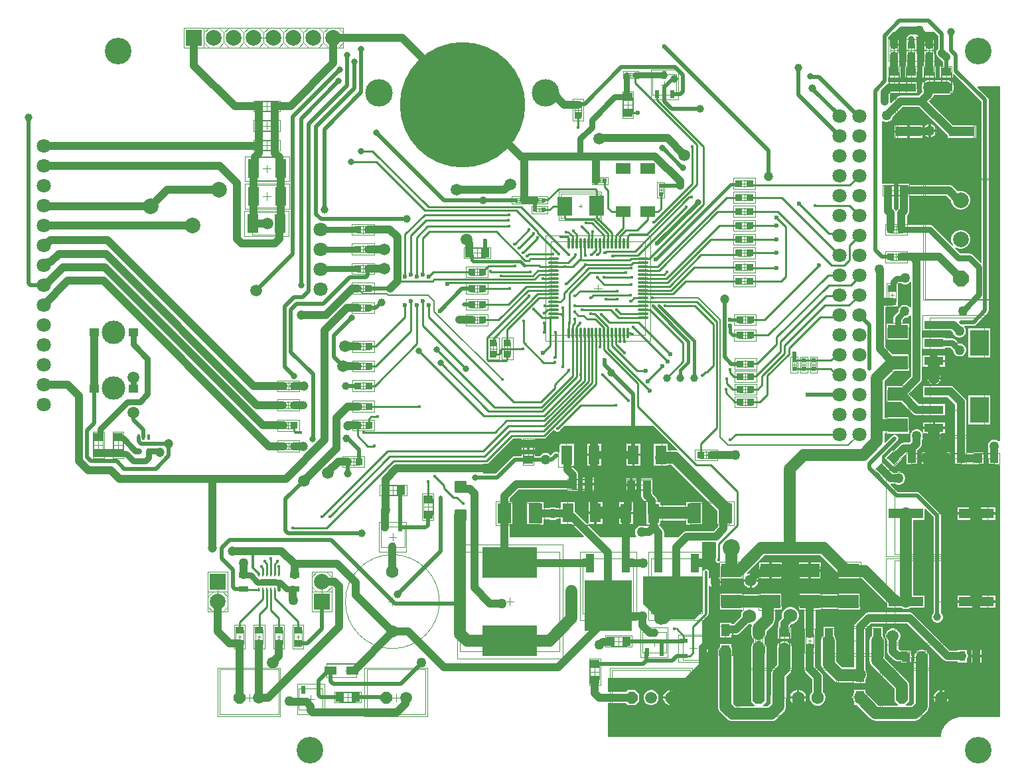
<source format=gtl>
G04*
G04 #@! TF.GenerationSoftware,Altium Limited,Altium Designer,21.8.1 (53)*
G04*
G04 Layer_Physical_Order=1*
G04 Layer_Color=255*
%FSLAX44Y44*%
%MOMM*%
G71*
G04*
G04 #@! TF.SameCoordinates,1FB688D2-263A-4AAE-8E22-032C2D514067*
G04*
G04*
G04 #@! TF.FilePolarity,Positive*
G04*
G01*
G75*
%ADD10C,0.2500*%
%ADD11C,0.2000*%
%ADD13C,0.2540*%
%ADD14C,0.0500*%
%ADD17C,0.1000*%
%ADD18O,1.4000X0.3000*%
%ADD19O,0.3000X1.4000*%
%ADD20R,1.4000X2.4000*%
%ADD21R,0.6000X1.0000*%
%ADD22R,1.0000X1.2500*%
%ADD23R,1.2500X1.0000*%
%ADD24R,1.0000X0.6000*%
%ADD25R,1.0000X2.4000*%
%ADD26R,3.3000X2.4000*%
%ADD27R,7.0000X4.0000*%
%ADD28C,16.0000*%
%ADD29R,0.8500X0.8500*%
G04:AMPARAMS|DCode=30|XSize=1.3mm|YSize=1.9mm|CornerRadius=0.0325mm|HoleSize=0mm|Usage=FLASHONLY|Rotation=90.000|XOffset=0mm|YOffset=0mm|HoleType=Round|Shape=RoundedRectangle|*
%AMROUNDEDRECTD30*
21,1,1.3000,1.8350,0,0,90.0*
21,1,1.2350,1.9000,0,0,90.0*
1,1,0.0650,0.9175,0.6175*
1,1,0.0650,0.9175,-0.6175*
1,1,0.0650,-0.9175,-0.6175*
1,1,0.0650,-0.9175,0.6175*
%
%ADD30ROUNDEDRECTD30*%
%ADD31R,4.4000X1.2000*%
%ADD32R,1.0000X0.9000*%
%ADD33R,1.0000X3.3000*%
%ADD34R,1.0000X1.5000*%
%ADD35R,0.8000X1.2000*%
%ADD36R,2.5000X1.7000*%
%ADD37R,1.7000X2.5000*%
%ADD38R,0.6000X0.6000*%
%ADD39R,0.8500X0.8500*%
%ADD40R,1.9000X2.5000*%
%ADD41R,1.9000X2.4000*%
%ADD42R,0.6000X0.6000*%
G04:AMPARAMS|DCode=43|XSize=1.5mm|YSize=1.6mm|CornerRadius=0.15mm|HoleSize=0mm|Usage=FLASHONLY|Rotation=270.000|XOffset=0mm|YOffset=0mm|HoleType=Round|Shape=RoundedRectangle|*
%AMROUNDEDRECTD43*
21,1,1.5000,1.3000,0,0,270.0*
21,1,1.2000,1.6000,0,0,270.0*
1,1,0.3000,-0.6500,-0.6000*
1,1,0.3000,-0.6500,0.6000*
1,1,0.3000,0.6500,0.6000*
1,1,0.3000,0.6500,-0.6000*
%
%ADD43ROUNDEDRECTD43*%
%ADD44R,1.5000X1.0000*%
%ADD45R,1.2000X0.8000*%
G04:AMPARAMS|DCode=46|XSize=0.8mm|YSize=2mm|CornerRadius=0.004mm|HoleSize=0mm|Usage=FLASHONLY|Rotation=90.000|XOffset=0mm|YOffset=0mm|HoleType=Round|Shape=RoundedRectangle|*
%AMROUNDEDRECTD46*
21,1,0.8000,1.9920,0,0,90.0*
21,1,0.7920,2.0000,0,0,90.0*
1,1,0.0080,0.9960,0.3960*
1,1,0.0080,0.9960,-0.3960*
1,1,0.0080,-0.9960,-0.3960*
1,1,0.0080,-0.9960,0.3960*
%
%ADD46ROUNDEDRECTD46*%
G04:AMPARAMS|DCode=47|XSize=0.5mm|YSize=0.25mm|CornerRadius=0.0125mm|HoleSize=0mm|Usage=FLASHONLY|Rotation=90.000|XOffset=0mm|YOffset=0mm|HoleType=Round|Shape=RoundedRectangle|*
%AMROUNDEDRECTD47*
21,1,0.5000,0.2250,0,0,90.0*
21,1,0.4750,0.2500,0,0,90.0*
1,1,0.0250,0.1125,0.2375*
1,1,0.0250,0.1125,-0.2375*
1,1,0.0250,-0.1125,-0.2375*
1,1,0.0250,-0.1125,0.2375*
%
%ADD47ROUNDEDRECTD47*%
G04:AMPARAMS|DCode=48|XSize=0.6mm|YSize=0.4mm|CornerRadius=0.04mm|HoleSize=0mm|Usage=FLASHONLY|Rotation=270.000|XOffset=0mm|YOffset=0mm|HoleType=Round|Shape=RoundedRectangle|*
%AMROUNDEDRECTD48*
21,1,0.6000,0.3200,0,0,270.0*
21,1,0.5200,0.4000,0,0,270.0*
1,1,0.0800,-0.1600,-0.2600*
1,1,0.0800,-0.1600,0.2600*
1,1,0.0800,0.1600,0.2600*
1,1,0.0800,0.1600,-0.2600*
%
%ADD48ROUNDEDRECTD48*%
%ADD49R,1.3000X1.0000*%
%ADD50R,3.2000X1.2000*%
%ADD51R,2.4000X3.3000*%
%ADD52R,2.4000X1.0000*%
G04:AMPARAMS|DCode=53|XSize=1.25mm|YSize=1mm|CornerRadius=0mm|HoleSize=0mm|Usage=FLASHONLY|Rotation=315.000|XOffset=0mm|YOffset=0mm|HoleType=Round|Shape=Rectangle|*
%AMROTATEDRECTD53*
4,1,4,-0.7955,0.0884,-0.0884,0.7955,0.7955,-0.0884,0.0884,-0.7955,-0.7955,0.0884,0.0*
%
%ADD53ROTATEDRECTD53*%

%ADD90C,3.5000*%
%ADD96C,1.6000*%
%ADD97P,1.7318X8X22.5*%
%ADD108C,0.4000*%
%ADD110C,0.4000*%
%ADD111C,1.0000*%
%ADD112C,0.5000*%
%ADD113C,1.5000*%
%ADD114C,0.7500*%
%ADD115C,0.3500*%
%ADD116C,3.4000*%
%ADD117C,2.0000*%
%ADD118P,2.1648X8X112.5*%
%ADD119C,1.5000*%
%ADD120P,1.6236X8X22.5*%
%ADD121R,2.0000X2.0000*%
%ADD122C,1.8000*%
%ADD123R,2.0000X2.0000*%
%ADD124C,3.0000*%
%ADD125C,1.0000*%
%ADD126C,0.8000*%
%ADD127C,0.6000*%
%ADD128C,1.2700*%
%ADD129C,1.7500*%
%ADD130C,1.2000*%
%ADD131C,0.3000*%
%ADD132C,2.2000*%
G36*
X1198750Y958507D02*
X1200473Y958969D01*
X1202377Y960068D01*
X1203932Y961623D01*
X1205031Y963527D01*
X1205425Y965000D01*
X1216511D01*
X1221412Y960099D01*
Y943303D01*
X1221008Y942992D01*
X1219885Y941530D01*
X1219180Y939827D01*
X1218940Y938000D01*
X1219180Y936173D01*
X1219885Y934470D01*
X1221008Y933008D01*
X1226758Y927257D01*
X1227162Y926947D01*
Y920750D01*
X1223500D01*
Y906750D01*
X1240000D01*
Y910969D01*
X1241270Y911495D01*
X1276588Y876178D01*
Y670863D01*
X1275415Y670377D01*
X1265646Y680146D01*
X1263744Y681416D01*
X1261500Y681863D01*
X1249679D01*
X1242580Y688961D01*
X1243360Y689977D01*
X1245368Y688818D01*
X1248420Y688000D01*
X1251580D01*
X1254632Y688818D01*
X1257368Y690398D01*
X1259602Y692632D01*
X1261182Y695368D01*
X1262000Y698420D01*
Y701580D01*
X1261182Y704632D01*
X1259602Y707368D01*
X1257368Y709603D01*
X1254632Y711182D01*
X1251580Y712000D01*
X1248420D01*
X1245368Y711182D01*
X1242632Y709603D01*
X1240398Y707368D01*
X1238818Y704632D01*
X1238000Y701580D01*
Y698420D01*
X1238818Y695368D01*
X1239977Y693360D01*
X1238961Y692580D01*
X1214895Y716646D01*
X1212993Y717916D01*
X1212176Y718079D01*
X1210750Y718363D01*
X1181561D01*
Y730326D01*
X1182492Y731257D01*
X1183614Y732720D01*
X1184320Y734423D01*
X1184560Y736250D01*
Y755440D01*
X1231870D01*
X1238000Y749309D01*
Y748420D01*
X1238818Y745368D01*
X1240398Y742632D01*
X1242632Y740398D01*
X1245368Y738818D01*
X1248420Y738000D01*
X1251580D01*
X1254632Y738818D01*
X1257368Y740398D01*
X1259602Y742632D01*
X1261182Y745368D01*
X1262000Y748420D01*
Y751580D01*
X1261182Y754632D01*
X1259602Y757368D01*
X1257368Y759602D01*
X1254632Y761182D01*
X1251580Y762000D01*
X1248420D01*
X1245943Y761336D01*
X1239787Y767492D01*
X1238324Y768614D01*
X1236621Y769320D01*
X1234794Y769560D01*
X1184500D01*
Y770750D01*
X1170500D01*
Y762959D01*
X1170439Y762500D01*
Y739174D01*
X1169508Y738242D01*
X1168386Y736780D01*
X1168239Y736427D01*
X1166864D01*
X1166615Y737030D01*
X1165492Y738492D01*
X1164560Y739425D01*
Y762500D01*
X1164500Y762959D01*
Y770750D01*
X1150500D01*
X1150000Y771813D01*
Y850173D01*
X1151270Y850906D01*
X1152027Y850469D01*
X1154151Y849900D01*
X1156349D01*
X1158473Y850469D01*
X1160377Y851569D01*
X1161932Y853123D01*
X1163031Y855027D01*
X1163404Y856419D01*
X1176174Y869190D01*
X1196575D01*
X1232258Y833508D01*
X1233500Y832554D01*
Y829500D01*
X1269500D01*
Y845500D01*
X1250962D01*
X1250502Y845561D01*
X1250501Y845561D01*
X1250500Y845561D01*
X1240175D01*
X1210120Y875615D01*
Y876885D01*
X1213492Y880258D01*
X1214614Y881720D01*
X1215320Y883423D01*
X1215418Y884168D01*
X1231750D01*
X1234230Y884495D01*
X1236541Y885452D01*
X1238233Y886750D01*
X1240000D01*
Y888896D01*
X1240048Y888959D01*
X1241006Y891270D01*
X1241332Y893750D01*
X1241006Y896230D01*
X1240048Y898541D01*
X1240000Y898604D01*
Y900750D01*
X1238233D01*
X1236541Y902048D01*
X1234230Y903006D01*
X1231750Y903332D01*
X1209750D01*
X1207270Y903006D01*
X1204959Y902048D01*
X1203267Y900750D01*
X1201500D01*
Y898604D01*
X1201452Y898541D01*
X1200495Y896230D01*
X1200168Y893750D01*
X1200495Y891270D01*
X1201440Y888989D01*
Y888323D01*
X1201440Y888321D01*
Y888175D01*
X1196575Y883311D01*
X1173250D01*
X1171423Y883070D01*
X1169720Y882365D01*
X1168257Y881243D01*
X1161088Y874073D01*
X1159880Y874631D01*
X1160000Y875078D01*
Y875541D01*
X1160060Y876000D01*
Y884968D01*
X1161782Y886690D01*
X1187250D01*
X1187709Y886750D01*
X1195500D01*
Y900750D01*
X1187709D01*
X1187250Y900811D01*
X1158858D01*
X1158641Y900782D01*
X1157855Y901341D01*
X1157535Y901732D01*
X1157588Y902000D01*
Y906750D01*
X1164291D01*
X1164750Y906690D01*
X1165209Y906750D01*
X1173000D01*
Y920750D01*
X1171810D01*
Y934250D01*
X1171570Y936077D01*
X1171000Y937453D01*
Y940500D01*
X1168647D01*
X1168425Y940730D01*
X1168965Y942000D01*
X1171000D01*
Y946750D01*
X1164750D01*
Y948250D01*
X1163250D01*
Y954500D01*
X1158858D01*
X1158500Y954500D01*
X1157588Y955365D01*
Y958100D01*
X1164489Y965000D01*
X1189074D01*
X1189469Y963527D01*
X1190286Y962112D01*
X1189402Y961103D01*
X1188443Y961500D01*
X1186056D01*
X1183851Y960587D01*
X1182163Y958899D01*
X1181250Y956694D01*
Y954500D01*
X1181000D01*
Y942000D01*
X1183035D01*
X1183575Y940730D01*
X1183353Y940500D01*
X1181000D01*
Y937453D01*
X1180430Y936077D01*
X1180190Y934250D01*
Y920750D01*
X1179000D01*
Y906750D01*
X1186791D01*
X1187250Y906690D01*
X1187709Y906750D01*
X1195500D01*
Y920750D01*
X1194310D01*
Y934250D01*
X1194070Y936077D01*
X1193500Y937453D01*
Y940500D01*
X1191147D01*
X1190925Y940730D01*
X1191464Y942000D01*
X1193500D01*
Y954500D01*
X1193250D01*
Y956694D01*
X1192565Y958346D01*
X1193574Y959231D01*
X1194027Y958969D01*
X1195750Y958507D01*
Y966750D01*
X1198750D01*
Y958507D01*
D02*
G37*
G36*
X1275000Y895000D02*
X1300000D01*
Y442605D01*
X1298730Y442079D01*
X1298127Y442682D01*
X1296223Y443781D01*
X1294099Y444350D01*
X1291901D01*
X1289777Y443781D01*
X1287873Y442682D01*
X1286318Y441127D01*
X1285219Y439223D01*
X1284650Y437099D01*
Y434901D01*
X1285219Y432777D01*
X1285439Y432395D01*
Y420000D01*
X1285500Y419541D01*
Y411750D01*
X1299500D01*
X1300000Y410687D01*
Y90000D01*
X1250000Y90000D01*
X1247550Y89880D01*
X1242743Y88924D01*
X1238215Y87048D01*
X1234140Y84325D01*
X1230675Y80860D01*
X1227952Y76785D01*
X1226076Y72257D01*
X1225120Y67450D01*
X1225000Y65000D01*
X1225000Y65000D01*
X800000Y65000D01*
Y107940D01*
X822810D01*
X825250Y105500D01*
X834750D01*
X839500Y110250D01*
Y119750D01*
X834750Y124500D01*
X825250D01*
X822810Y122060D01*
X800000D01*
Y140000D01*
X900000D01*
X920000Y160000D01*
Y173000D01*
X927750D01*
Y176500D01*
X920750D01*
Y179500D01*
X927750D01*
Y183000D01*
X920000D01*
Y212314D01*
X927343Y219657D01*
X928061Y220732D01*
X928314Y222000D01*
Y257872D01*
X929584Y258212D01*
X930068Y257373D01*
X931623Y255818D01*
X933527Y254719D01*
X935250Y254257D01*
Y262500D01*
Y270743D01*
X933527Y270281D01*
X931623Y269182D01*
X930068Y267627D01*
X929584Y266788D01*
X928314Y267128D01*
Y272657D01*
X928391Y272734D01*
X929000Y274204D01*
Y275796D01*
X928391Y277266D01*
X927266Y278391D01*
X925796Y279000D01*
X924204D01*
X922734Y278391D01*
X921609Y277266D01*
X921270Y276448D01*
X920000Y276700D01*
Y313440D01*
X937126D01*
X937421Y313253D01*
X937515Y313163D01*
X938014Y312436D01*
X938076Y312202D01*
X937936Y311500D01*
Y293093D01*
X937859Y293016D01*
X937250Y291546D01*
Y289954D01*
X937859Y288484D01*
X938984Y287359D01*
X940454Y286750D01*
X942046D01*
X943000Y286112D01*
Y269647D01*
X942986Y269641D01*
X941730Y269266D01*
X939973Y270281D01*
X938250Y270743D01*
Y264000D01*
X944993D01*
X944531Y265723D01*
X944429Y265900D01*
X945064Y267000D01*
X971809D01*
X972882Y266095D01*
X972817Y265853D01*
X980750D01*
Y273786D01*
X978583Y273206D01*
X977919Y272822D01*
X977139Y273838D01*
X992034Y288733D01*
X993000Y287903D01*
X993000Y286770D01*
Y279000D01*
X1006000D01*
Y288000D01*
X994266D01*
X993097Y288000D01*
X992268Y288967D01*
X999719Y296418D01*
X1071031D01*
X1093000Y274450D01*
Y267000D01*
X1103879D01*
X1104500Y266918D01*
X1124031D01*
X1156000Y234949D01*
Y229500D01*
X1164879D01*
X1165500Y229418D01*
X1166122Y229500D01*
X1174821D01*
X1175209Y229202D01*
X1177520Y228245D01*
X1180000Y227918D01*
X1182480Y228245D01*
X1184791Y229202D01*
X1185180Y229500D01*
X1204000D01*
Y245500D01*
X1189582D01*
Y342000D01*
X1204000D01*
Y355286D01*
X1205173Y355772D01*
X1215628Y345317D01*
Y222989D01*
X1214615Y221976D01*
X1213693Y220380D01*
X1213216Y218600D01*
Y216756D01*
X1213693Y214976D01*
X1214615Y213380D01*
X1215918Y212077D01*
X1217514Y211155D01*
X1219294Y210678D01*
X1221138D01*
X1222918Y211155D01*
X1224514Y212077D01*
X1225817Y213380D01*
X1226739Y214976D01*
X1227216Y216756D01*
Y218600D01*
X1226739Y220380D01*
X1225817Y221976D01*
X1224804Y222989D01*
Y347218D01*
X1224455Y348974D01*
X1223460Y350462D01*
X1198060Y375862D01*
X1196572Y376857D01*
X1194816Y377206D01*
X1170283D01*
X1160792Y386697D01*
X1161345Y387940D01*
X1166529D01*
X1167777Y387219D01*
X1169901Y386650D01*
X1172099D01*
X1174223Y387219D01*
X1176127Y388318D01*
X1177682Y389873D01*
X1178781Y391777D01*
X1179350Y393901D01*
Y396099D01*
X1178781Y398223D01*
X1177682Y400127D01*
X1176127Y401682D01*
X1174223Y402781D01*
X1172099Y403350D01*
X1169901D01*
X1167777Y402781D01*
X1166529Y402060D01*
X1163782D01*
X1154921Y410922D01*
X1154554Y411203D01*
X1150000Y415757D01*
Y423511D01*
X1169244Y442756D01*
X1170239Y444244D01*
X1170588Y446000D01*
X1170239Y447756D01*
X1169244Y449244D01*
X1167756Y450239D01*
X1166000Y450588D01*
X1164244Y450239D01*
X1162756Y449244D01*
X1153901Y440389D01*
X1152698Y440983D01*
X1152832Y442000D01*
Y452918D01*
X1155500D01*
Y452000D01*
X1184500D01*
Y473000D01*
X1155500D01*
Y472082D01*
X1152832D01*
Y519281D01*
X1165551Y532000D01*
X1184500D01*
Y553000D01*
X1163485D01*
X1153810Y562674D01*
Y613440D01*
X1162500D01*
X1164327Y613680D01*
X1165099Y614000D01*
X1169500D01*
Y620041D01*
X1169560Y620500D01*
X1169500Y620959D01*
Y627000D01*
X1169500D01*
Y631000D01*
X1169500D01*
Y637683D01*
X1169613Y638250D01*
Y643183D01*
X1170572Y644142D01*
X1174178D01*
X1175777Y643219D01*
X1177901Y642650D01*
X1180099D01*
X1182223Y643219D01*
X1184127Y644318D01*
X1185420Y645611D01*
X1186690Y645241D01*
Y613488D01*
X1185475Y613139D01*
X1185420Y613139D01*
X1183877Y614682D01*
X1181973Y615781D01*
X1179849Y616350D01*
X1177651D01*
X1175527Y615781D01*
X1173623Y614682D01*
X1172068Y613127D01*
X1170969Y611223D01*
X1170400Y609099D01*
Y607941D01*
X1165855Y603396D01*
X1164584Y601493D01*
X1164137Y599250D01*
Y593000D01*
X1155500D01*
Y572000D01*
X1184500D01*
Y593000D01*
X1175863D01*
Y596822D01*
X1178691Y599650D01*
X1179849D01*
X1181973Y600219D01*
X1183877Y601318D01*
X1185420Y602861D01*
X1185475Y602860D01*
X1186690Y602512D01*
Y525174D01*
X1174515Y513000D01*
X1155500D01*
Y492000D01*
X1174515D01*
X1189008Y477508D01*
X1190470Y476385D01*
X1192173Y475680D01*
X1194000Y475439D01*
X1216000D01*
X1216459Y475500D01*
X1230000D01*
Y489500D01*
X1216459D01*
X1216000Y489560D01*
X1196925D01*
X1184500Y501985D01*
Y503015D01*
X1198743Y517257D01*
X1199865Y518720D01*
X1200570Y520423D01*
X1200811Y522250D01*
Y537305D01*
X1202000Y537500D01*
X1202081Y537500D01*
X1214500D01*
Y544500D01*
Y551500D01*
X1202081D01*
X1202000Y551500D01*
X1200811Y551694D01*
Y560306D01*
X1202000Y560500D01*
X1202081Y560500D01*
X1230000D01*
Y561637D01*
X1236822D01*
X1240150Y558309D01*
Y557651D01*
X1240719Y555527D01*
X1241818Y553623D01*
X1243373Y552068D01*
X1245277Y550969D01*
X1247401Y550400D01*
X1249599D01*
X1251723Y550969D01*
X1253627Y552068D01*
X1255182Y553623D01*
X1256281Y555527D01*
X1256850Y557651D01*
Y559850D01*
X1256281Y561973D01*
X1255182Y563877D01*
X1253627Y565432D01*
X1251723Y566531D01*
X1249599Y567100D01*
X1247941D01*
X1243396Y571646D01*
X1241494Y572916D01*
X1239250Y573363D01*
X1230000D01*
Y574500D01*
X1202081D01*
X1202000Y574500D01*
X1200811Y574694D01*
Y583306D01*
X1202000Y583500D01*
Y583500D01*
X1215541D01*
X1216000Y583440D01*
X1237825D01*
X1240096Y581169D01*
X1240469Y579777D01*
X1241568Y577873D01*
X1243123Y576318D01*
X1245027Y575219D01*
X1247151Y574650D01*
X1249349D01*
X1251473Y575219D01*
X1253377Y576318D01*
X1254932Y577873D01*
X1256031Y579777D01*
X1256600Y581901D01*
Y584099D01*
X1256031Y586223D01*
X1254932Y588127D01*
X1254557Y588502D01*
X1255083Y589772D01*
X1266444D01*
X1268200Y590121D01*
X1269688Y591116D01*
X1284420Y605848D01*
X1285415Y607336D01*
X1285764Y609092D01*
Y878078D01*
X1285415Y879834D01*
X1284420Y881322D01*
X1271755Y893988D01*
X1271880Y894240D01*
X1272710Y895075D01*
Y895075D01*
X1275000Y895000D01*
D02*
G37*
G36*
X888518Y431546D02*
X887799Y430469D01*
X887743Y430492D01*
X885263Y430818D01*
X876500D01*
Y439000D01*
X858500D01*
Y421859D01*
X858418Y421237D01*
X858500Y420614D01*
Y411000D01*
X876500D01*
Y411655D01*
X881294D01*
X939418Y353531D01*
Y351000D01*
X939500Y350377D01*
Y335500D01*
X940458D01*
Y333193D01*
X934826Y327561D01*
X900750D01*
X898923Y327320D01*
X897220Y326615D01*
X895758Y325493D01*
X890265Y320000D01*
X871561D01*
Y326000D01*
X871320Y327827D01*
X870615Y329530D01*
X869493Y330992D01*
X865810Y334674D01*
Y336500D01*
X867000D01*
Y341168D01*
X899500D01*
Y335500D01*
X920500D01*
Y364500D01*
X899500D01*
Y360332D01*
X867000D01*
Y364500D01*
X863060D01*
Y366500D01*
X862820Y368328D01*
X862114Y370030D01*
X860992Y371493D01*
X856560Y375925D01*
Y386750D01*
X856500Y387209D01*
Y395000D01*
X842500D01*
Y387209D01*
X842440Y386750D01*
Y373000D01*
X842680Y371173D01*
X843385Y369470D01*
X844508Y368008D01*
X848939Y363576D01*
Y352500D01*
X849000Y352041D01*
Y351373D01*
X848918Y350750D01*
X849000Y350128D01*
Y336500D01*
X850218D01*
X850744Y335230D01*
X849217Y333703D01*
X846605D01*
X846037Y334031D01*
X843913Y334600D01*
X841714D01*
X839591Y334031D01*
X837687Y332932D01*
X836132Y331377D01*
X835033Y329473D01*
X834464Y327349D01*
Y325150D01*
X835033Y323027D01*
X836047Y321270D01*
X835670Y320008D01*
X835667Y320000D01*
X790235D01*
X774582Y335653D01*
X775282Y336750D01*
X776153Y336750D01*
X782500D01*
Y349250D01*
X775000D01*
Y337985D01*
X775000Y337031D01*
X773903Y336332D01*
X759243Y350992D01*
X758000Y351946D01*
Y364750D01*
X740000D01*
Y357310D01*
X733105D01*
X732723Y357531D01*
X730600Y358100D01*
X728401D01*
X726277Y357531D01*
X725246Y356935D01*
X718000D01*
Y364500D01*
X697000D01*
Y335500D01*
X718000D01*
Y342814D01*
X724813D01*
X726277Y341969D01*
X728401Y341400D01*
X730600D01*
X732723Y341969D01*
X734627Y343068D01*
X734748Y343189D01*
X740000D01*
Y336750D01*
X753516D01*
X769092Y321173D01*
X768606Y320000D01*
X674560D01*
Y335500D01*
X678000D01*
Y364500D01*
X674560D01*
Y369075D01*
X685924Y380439D01*
X748000D01*
Y379250D01*
X762000D01*
Y387041D01*
X762060Y387500D01*
Y399000D01*
X761820Y400828D01*
X761114Y402531D01*
X759992Y403993D01*
X755417Y408568D01*
Y411000D01*
X756500D01*
Y439000D01*
X738500D01*
Y428353D01*
X737230Y427827D01*
X736638Y428419D01*
X734801Y429180D01*
X732811D01*
X730974Y428419D01*
X729567Y427012D01*
X729155Y426018D01*
X727226Y424088D01*
X726932Y424127D01*
X725377Y425682D01*
X723473Y426781D01*
X721349Y427350D01*
X719151D01*
X717027Y426781D01*
X715123Y425682D01*
X713568Y424127D01*
X713113Y423338D01*
X706500D01*
Y425750D01*
X690000D01*
Y423338D01*
X681000D01*
X679244Y422989D01*
X677756Y421994D01*
X656600Y400838D01*
X641000D01*
Y413686D01*
X645250D01*
X646518Y413938D01*
X647593Y414657D01*
X678622Y445686D01*
X690000D01*
Y440250D01*
X706500D01*
Y445686D01*
X718500D01*
X719768Y445938D01*
X720843Y446657D01*
X730806Y456620D01*
X732052Y456372D01*
X732109Y456234D01*
X733234Y455109D01*
X734704Y454500D01*
X736296D01*
X737766Y455109D01*
X738891Y456234D01*
X739500Y457704D01*
Y457814D01*
X743936Y462250D01*
X857814D01*
X888518Y431546D01*
D02*
G37*
G36*
X920000Y225000D02*
X910000Y215000D01*
X865000D01*
Y215000D01*
X845000Y235000D01*
Y270000D01*
X920000D01*
Y225000D01*
D02*
G37*
G36*
X830000Y200000D02*
X770000D01*
Y265000D01*
X830000D01*
Y200000D01*
D02*
G37*
%LPC*%
G36*
X1166250Y954500D02*
Y949750D01*
X1171000D01*
Y954500D01*
X1166250D01*
D02*
G37*
G36*
X1216000D02*
X1211250D01*
Y949750D01*
X1216000D01*
Y954500D01*
D02*
G37*
G36*
X1208250D02*
X1203500D01*
Y949750D01*
X1208250D01*
Y954500D01*
D02*
G37*
G36*
X1216000Y946750D02*
X1209750D01*
X1203500D01*
Y942000D01*
X1205536D01*
X1206075Y940730D01*
X1205853Y940500D01*
X1203500D01*
Y937453D01*
X1202930Y936077D01*
X1202690Y934250D01*
Y920750D01*
X1201500D01*
Y906750D01*
X1209291D01*
X1209750Y906690D01*
X1210209Y906750D01*
X1218000D01*
Y920750D01*
X1216811D01*
Y934250D01*
X1216570Y936077D01*
X1216000Y937453D01*
Y940500D01*
X1213647D01*
X1213425Y940730D01*
X1213965Y942000D01*
X1216000D01*
Y946750D01*
D02*
G37*
G36*
X1209250Y846743D02*
X1207527Y846281D01*
X1205623Y845182D01*
X1204068Y843627D01*
X1202969Y841723D01*
X1202770Y840980D01*
X1201500Y841147D01*
Y845500D01*
X1185000D01*
Y837500D01*
Y829500D01*
X1201500D01*
Y835853D01*
X1202770Y836021D01*
X1202969Y835277D01*
X1204068Y833373D01*
X1205623Y831819D01*
X1207527Y830719D01*
X1209250Y830258D01*
Y838500D01*
Y846743D01*
D02*
G37*
G36*
X1212250D02*
Y840000D01*
X1218993D01*
X1218531Y841723D01*
X1217432Y843627D01*
X1215877Y845182D01*
X1213973Y846281D01*
X1212250Y846743D01*
D02*
G37*
G36*
X1182000Y845500D02*
X1165500D01*
Y839000D01*
X1182000D01*
Y845500D01*
D02*
G37*
G36*
X1218993Y837000D02*
X1212250D01*
Y830258D01*
X1213973Y830719D01*
X1215877Y831819D01*
X1217432Y833373D01*
X1218531Y835277D01*
X1218993Y837000D01*
D02*
G37*
G36*
X1182000Y836000D02*
X1165500D01*
Y829500D01*
X1182000D01*
Y836000D01*
D02*
G37*
G36*
X1288000Y586000D02*
X1260000D01*
Y549000D01*
X1288000D01*
Y586000D01*
D02*
G37*
G36*
X1217500Y551500D02*
Y546000D01*
X1230000D01*
Y551500D01*
X1217500D01*
D02*
G37*
G36*
X1230000Y543000D02*
X1217500D01*
Y537500D01*
X1230000D01*
Y543000D01*
D02*
G37*
G36*
X1217500Y530758D02*
Y524016D01*
X1224243D01*
X1223781Y525739D01*
X1222682Y527643D01*
X1221127Y529197D01*
X1219223Y530297D01*
X1217500Y530758D01*
D02*
G37*
G36*
X1214500D02*
X1212777Y530297D01*
X1210873Y529197D01*
X1209318Y527643D01*
X1208219Y525739D01*
X1207757Y524016D01*
X1214500D01*
Y530758D01*
D02*
G37*
G36*
X1224243Y521016D02*
X1217500D01*
Y514273D01*
X1219223Y514735D01*
X1221127Y515834D01*
X1222682Y517389D01*
X1223781Y519293D01*
X1224243Y521016D01*
D02*
G37*
G36*
X1214500D02*
X1207757D01*
X1208219Y519293D01*
X1209318Y517389D01*
X1210873Y515834D01*
X1212777Y514735D01*
X1214500Y514273D01*
Y521016D01*
D02*
G37*
G36*
X1288000Y501000D02*
X1260000D01*
Y464000D01*
X1288000D01*
Y501000D01*
D02*
G37*
G36*
X1230000Y466500D02*
X1217500D01*
Y461000D01*
X1230000D01*
Y466500D01*
D02*
G37*
G36*
X1214500D02*
X1202000D01*
Y461000D01*
X1214500D01*
Y466500D01*
D02*
G37*
G36*
X1230000Y458000D02*
X1216000D01*
X1202000D01*
Y454383D01*
X1200730Y454043D01*
X1200682Y454127D01*
X1199127Y455682D01*
X1197223Y456781D01*
X1195099Y457350D01*
X1192901D01*
X1190777Y456781D01*
X1188873Y455682D01*
X1187318Y454127D01*
X1186219Y452223D01*
X1185650Y450099D01*
Y447901D01*
X1186219Y445777D01*
X1186423Y445424D01*
Y442158D01*
X1184575Y440310D01*
X1177250D01*
X1175422Y440070D01*
X1173719Y439365D01*
X1172257Y438242D01*
X1164028Y430014D01*
X1163187Y430855D01*
X1153288Y420955D01*
X1158797Y415446D01*
X1159078Y415079D01*
X1159445Y414797D01*
X1164955Y409288D01*
X1174854Y419187D01*
X1174013Y420029D01*
X1179169Y425185D01*
X1180439Y424659D01*
Y420000D01*
X1180500Y419541D01*
Y411750D01*
X1194500D01*
Y419541D01*
X1194560Y420000D01*
Y430326D01*
X1198476Y434241D01*
X1199598Y435703D01*
X1200303Y437406D01*
X1200544Y439234D01*
Y443735D01*
X1200682Y443873D01*
X1201781Y445777D01*
X1202350Y447901D01*
Y450099D01*
X1202047Y451230D01*
X1203021Y452500D01*
X1206979D01*
X1207953Y451230D01*
X1207757Y450500D01*
X1224243D01*
X1224047Y451230D01*
X1225022Y452500D01*
X1230000D01*
Y458000D01*
D02*
G37*
G36*
X1224243Y447500D02*
X1217500D01*
Y440757D01*
X1219223Y441219D01*
X1221127Y442318D01*
X1222682Y443873D01*
X1223781Y445777D01*
X1224243Y447500D01*
D02*
G37*
G36*
X1214500D02*
X1207757D01*
X1208219Y445777D01*
X1209318Y443873D01*
X1210873Y442318D01*
X1212777Y441219D01*
X1214500Y440757D01*
Y447500D01*
D02*
G37*
G36*
X1237000Y428250D02*
X1231500D01*
Y421500D01*
X1237000D01*
Y428250D01*
D02*
G37*
G36*
X1214500D02*
X1209000D01*
Y421500D01*
X1214500D01*
Y428250D01*
D02*
G37*
G36*
X1206000D02*
X1200500D01*
Y421500D01*
X1206000D01*
Y428250D01*
D02*
G37*
G36*
X1228500D02*
X1223000D01*
Y421500D01*
X1228500D01*
Y428250D01*
D02*
G37*
G36*
X1236750Y512561D02*
X1216000D01*
X1215541Y512500D01*
X1202000D01*
Y498500D01*
X1215541D01*
X1216000Y498440D01*
X1233825D01*
X1242940Y489325D01*
Y420000D01*
X1243000Y419541D01*
Y411750D01*
X1257000D01*
Y412940D01*
X1265500D01*
Y411750D01*
X1279500D01*
Y419541D01*
X1279560Y420000D01*
X1279500Y420459D01*
Y428250D01*
X1265500D01*
Y427061D01*
X1257060D01*
Y492250D01*
X1256820Y494077D01*
X1256115Y495780D01*
X1254993Y497242D01*
X1241742Y510493D01*
X1240280Y511615D01*
X1238577Y512320D01*
X1236750Y512561D01*
D02*
G37*
G36*
X1237000Y418500D02*
X1231500D01*
Y411750D01*
X1237000D01*
Y418500D01*
D02*
G37*
G36*
X1228500D02*
X1223000D01*
Y411750D01*
X1228500D01*
Y418500D01*
D02*
G37*
G36*
X1214500D02*
X1209000D01*
Y411750D01*
X1214500D01*
Y418500D01*
D02*
G37*
G36*
X1206000D02*
X1200500D01*
Y411750D01*
X1206000D01*
Y418500D01*
D02*
G37*
G36*
X1294000Y358000D02*
X1271500D01*
Y351500D01*
X1294000D01*
Y358000D01*
D02*
G37*
G36*
X1268500D02*
X1246000D01*
Y351500D01*
X1268500D01*
Y358000D01*
D02*
G37*
G36*
X1294000Y348500D02*
X1271500D01*
Y342000D01*
X1294000D01*
Y348500D01*
D02*
G37*
G36*
X1268500D02*
X1246000D01*
Y342000D01*
X1268500D01*
Y348500D01*
D02*
G37*
G36*
X1072000Y288000D02*
X1059000D01*
Y279000D01*
X1072000D01*
Y288000D01*
D02*
G37*
G36*
X1056000D02*
X1043000D01*
Y279000D01*
X1056000D01*
Y288000D01*
D02*
G37*
G36*
X1009000D02*
Y279000D01*
X1022000D01*
Y288000D01*
X1009000D01*
D02*
G37*
G36*
X1072000Y276000D02*
X1059000D01*
Y267000D01*
X1072000D01*
Y276000D01*
D02*
G37*
G36*
X1056000D02*
X1043000D01*
Y267000D01*
X1056000D01*
Y276000D01*
D02*
G37*
G36*
X1022000D02*
X1009000D01*
Y267000D01*
X1022000D01*
Y276000D01*
D02*
G37*
G36*
X1006000D02*
X993000D01*
Y267000D01*
X1006000D01*
Y276000D01*
D02*
G37*
G36*
X983750Y273786D02*
Y265853D01*
X991683D01*
X991103Y268020D01*
X989852Y270186D01*
X988083Y271955D01*
X985917Y273206D01*
X983750Y273786D01*
D02*
G37*
G36*
X991683Y262853D02*
X983750D01*
Y254920D01*
X985917Y255500D01*
X988083Y256751D01*
X989852Y258520D01*
X991103Y260686D01*
X991683Y262853D01*
D02*
G37*
G36*
X980750D02*
X972817D01*
X973397Y260686D01*
X974648Y258520D01*
X976417Y256751D01*
X978583Y255500D01*
X980750Y254920D01*
Y262853D01*
D02*
G37*
G36*
X944993Y261000D02*
X938250D01*
Y254257D01*
X939973Y254719D01*
X941877Y255818D01*
X943432Y257373D01*
X944531Y259277D01*
X944993Y261000D01*
D02*
G37*
G36*
X1122000Y248000D02*
X1093000D01*
Y247082D01*
X1072000D01*
Y248000D01*
X1043000D01*
Y227000D01*
X1050440D01*
Y202500D01*
X1050250D01*
Y191500D01*
X1050250Y191500D01*
Y183500D01*
X1050250Y183500D01*
Y179459D01*
X1050190Y179000D01*
Y151750D01*
X1050430Y149923D01*
X1051136Y148220D01*
X1052258Y146758D01*
X1060440Y138576D01*
Y122082D01*
X1059498Y121140D01*
X1058182Y118860D01*
X1057500Y116317D01*
Y113684D01*
X1058182Y111140D01*
X1059498Y108860D01*
X1061360Y106998D01*
X1063640Y105681D01*
X1066183Y105000D01*
X1068817D01*
X1071360Y105681D01*
X1073640Y106998D01*
X1075502Y108860D01*
X1076818Y111140D01*
X1077500Y113684D01*
Y116317D01*
X1076818Y118860D01*
X1075502Y121140D01*
X1074560Y122082D01*
Y141500D01*
X1074320Y143328D01*
X1073615Y145030D01*
X1072493Y146493D01*
X1064311Y154675D01*
Y179000D01*
X1064250Y179459D01*
Y185500D01*
X1064250D01*
Y189500D01*
X1064250D01*
Y194254D01*
X1064320Y194423D01*
X1064560Y196250D01*
Y227000D01*
X1072000D01*
Y227918D01*
X1093000D01*
Y227000D01*
X1122000D01*
Y248000D01*
D02*
G37*
G36*
X1022000D02*
X993000D01*
Y247082D01*
X972000D01*
Y248000D01*
X943000D01*
Y227000D01*
X971251D01*
X971689Y226222D01*
X971828Y225730D01*
X970483Y223399D01*
X969750Y220665D01*
Y218485D01*
X960182Y208917D01*
X957000D01*
Y210750D01*
X943000D01*
Y202315D01*
X942940Y201857D01*
Y201250D01*
X943000Y200791D01*
Y191750D01*
X957000D01*
Y194796D01*
X963107D01*
X964934Y195037D01*
X966637Y195742D01*
X968099Y196864D01*
X979735Y208500D01*
X981915D01*
X983058Y208806D01*
X983972Y207736D01*
X983244Y205980D01*
X982918Y203500D01*
Y196000D01*
X983244Y193520D01*
X984202Y191209D01*
X985500Y189517D01*
Y189500D01*
X985500D01*
Y185500D01*
X985500D01*
Y185483D01*
X984202Y183791D01*
X983244Y181480D01*
X982918Y179000D01*
Y120418D01*
X982500Y120000D01*
Y110000D01*
X987148Y105352D01*
X986650Y104082D01*
X962756D01*
X959582Y107256D01*
Y173750D01*
X959256Y176230D01*
X958298Y178541D01*
X957000Y180233D01*
Y183250D01*
X950623D01*
X950000Y183332D01*
X949378Y183250D01*
X943000D01*
Y180233D01*
X941702Y178541D01*
X940745Y176230D01*
X940418Y173750D01*
Y103287D01*
X940745Y100807D01*
X940745Y100807D01*
X940745Y100806D01*
X941362Y99317D01*
X941702Y98496D01*
X941702Y98496D01*
X941702Y98495D01*
X942854Y96994D01*
X943225Y96511D01*
X943225Y96511D01*
X943225Y96511D01*
X952012Y87725D01*
X953488Y86592D01*
X953996Y86202D01*
X953996Y86202D01*
X953996Y86202D01*
X955534Y85565D01*
X956307Y85245D01*
X956307Y85245D01*
X956307Y85245D01*
X957641Y85069D01*
X958787Y84918D01*
X1008213D01*
X1010693Y85245D01*
X1013004Y86202D01*
X1014989Y87725D01*
X1024084Y96820D01*
X1025607Y98805D01*
X1026564Y101115D01*
X1026891Y103595D01*
Y111409D01*
X1027500Y113684D01*
Y116317D01*
X1027274Y117162D01*
Y141493D01*
X1031776Y145996D01*
X1032815Y147350D01*
X1033298Y147980D01*
X1033298Y147980D01*
X1033299Y147980D01*
X1033829Y149260D01*
X1034256Y150291D01*
X1034256Y150291D01*
X1034256Y150291D01*
X1034404Y151416D01*
X1034582Y152771D01*
Y177500D01*
X1034256Y179980D01*
X1033298Y182291D01*
X1033250Y182354D01*
Y184500D01*
X1031483D01*
X1029791Y185798D01*
X1027480Y186755D01*
X1025000Y187082D01*
X1022520Y186755D01*
X1020209Y185798D01*
X1018517Y184500D01*
X1016750D01*
Y182354D01*
X1016702Y182291D01*
X1015745Y179980D01*
X1015418Y177500D01*
Y156740D01*
X1010916Y152237D01*
X1009877Y150883D01*
X1009393Y150253D01*
X1009393Y150253D01*
X1009393Y150252D01*
X1008863Y148973D01*
X1008436Y147942D01*
X1008436Y147942D01*
X1008436Y147941D01*
X1008324Y147089D01*
X1008110Y145462D01*
Y118591D01*
X1007500Y116317D01*
Y113684D01*
X1007727Y112838D01*
Y107564D01*
X1004244Y104082D01*
X998350D01*
X997852Y105352D01*
X1002500Y110000D01*
Y120000D01*
X1002082Y120418D01*
Y179000D01*
X1001755Y181480D01*
X1000798Y183791D01*
X999500Y185483D01*
Y189517D01*
X1000798Y191209D01*
X1001755Y193520D01*
X1002082Y196000D01*
Y199531D01*
X1010366Y207815D01*
X1011889Y209799D01*
X1012846Y212110D01*
X1013172Y214590D01*
Y227000D01*
X1022000D01*
Y248000D01*
D02*
G37*
G36*
X1294000Y245500D02*
X1271500D01*
Y239000D01*
X1294000D01*
Y245500D01*
D02*
G37*
G36*
X1268500D02*
X1246000D01*
Y239000D01*
X1268500D01*
Y245500D01*
D02*
G37*
G36*
X1294000Y236000D02*
X1271500D01*
Y229500D01*
X1294000D01*
Y236000D01*
D02*
G37*
G36*
X1268500D02*
X1246000D01*
Y229500D01*
X1268500D01*
Y236000D01*
D02*
G37*
G36*
X1034165Y230500D02*
X1031335D01*
X1028601Y229767D01*
X1026149Y228352D01*
X1024148Y226351D01*
X1022733Y223899D01*
X1022000Y221165D01*
Y218335D01*
X1022291Y217247D01*
X1020008Y214963D01*
X1018886Y213501D01*
X1018180Y211798D01*
X1017940Y209971D01*
Y204500D01*
X1016750D01*
Y190500D01*
X1024541D01*
X1025000Y190440D01*
X1025459Y190500D01*
X1033250D01*
Y204500D01*
X1032061D01*
Y207046D01*
X1034014Y209000D01*
X1034165D01*
X1036899Y209733D01*
X1039351Y211148D01*
X1041352Y213149D01*
X1042767Y215601D01*
X1043500Y218335D01*
Y221165D01*
X1042767Y223899D01*
X1041352Y226351D01*
X1039351Y228352D01*
X1036899Y229767D01*
X1034165Y230500D01*
D02*
G37*
G36*
X1276250Y176000D02*
X1271750D01*
Y169500D01*
X1276250D01*
Y176000D01*
D02*
G37*
G36*
X1268750D02*
X1264250D01*
Y169500D01*
X1268750D01*
Y176000D01*
D02*
G37*
G36*
X1276250Y166500D02*
X1271750D01*
Y160000D01*
X1276250D01*
Y166500D01*
D02*
G37*
G36*
X1268750D02*
X1264250D01*
Y160000D01*
X1268750D01*
Y166500D01*
D02*
G37*
G36*
X1184750Y223560D02*
X1132250D01*
X1130423Y223320D01*
X1128720Y222614D01*
X1127258Y221492D01*
X1116257Y210492D01*
X1115135Y209030D01*
X1114430Y207327D01*
X1114190Y205500D01*
Y162560D01*
Y153332D01*
X1098969D01*
X1091082Y161219D01*
Y187500D01*
X1090755Y189980D01*
X1089798Y192291D01*
X1088500Y193983D01*
Y206000D01*
X1074500D01*
Y193983D01*
X1073202Y192291D01*
X1072244Y189980D01*
X1071918Y187500D01*
Y157250D01*
X1072244Y154770D01*
X1073202Y152459D01*
X1074725Y150475D01*
X1088224Y136975D01*
X1090209Y135452D01*
X1092520Y134494D01*
X1095000Y134168D01*
X1114250D01*
Y133250D01*
X1128250D01*
Y137767D01*
X1129548Y139459D01*
X1130505Y141770D01*
X1130832Y144250D01*
X1130505Y146730D01*
X1129548Y149041D01*
X1128310Y150654D01*
Y162560D01*
Y202575D01*
X1135175Y209440D01*
X1181826D01*
X1228258Y163007D01*
X1229720Y161885D01*
X1231423Y161180D01*
X1233250Y160939D01*
X1246250D01*
Y160000D01*
X1258250D01*
Y164320D01*
X1258364Y164470D01*
X1259070Y166172D01*
X1259310Y168000D01*
X1259070Y169827D01*
X1258364Y171530D01*
X1258250Y171679D01*
Y176000D01*
X1246250D01*
Y175060D01*
X1236175D01*
X1189743Y221492D01*
X1188280Y222614D01*
X1186577Y223320D01*
X1184750Y223560D01*
D02*
G37*
G36*
X1164751Y203250D02*
X1162249D01*
X1159833Y202603D01*
X1157667Y201352D01*
X1155898Y199583D01*
X1154647Y197417D01*
X1154000Y195001D01*
Y192500D01*
X1154647Y190083D01*
X1155898Y187917D01*
X1156439Y187376D01*
Y174250D01*
X1156680Y172423D01*
X1157385Y170720D01*
X1158507Y169258D01*
X1164758Y163008D01*
X1166220Y161886D01*
X1167923Y161180D01*
X1169750Y160940D01*
X1173250D01*
Y158500D01*
X1187250D01*
Y166291D01*
X1187310Y166750D01*
Y168000D01*
X1187250Y168459D01*
Y175000D01*
X1180709D01*
X1180250Y175060D01*
X1172675D01*
X1170560Y177175D01*
Y187376D01*
X1171102Y187917D01*
X1172352Y190083D01*
X1173000Y192500D01*
Y195001D01*
X1172352Y197417D01*
X1171102Y199583D01*
X1169333Y201352D01*
X1167167Y202603D01*
X1164751Y203250D01*
D02*
G37*
G36*
X1226500Y124433D02*
Y116500D01*
X1234433D01*
X1233852Y118667D01*
X1232602Y120833D01*
X1230833Y122602D01*
X1228667Y123853D01*
X1226500Y124433D01*
D02*
G37*
G36*
X1223500D02*
X1221333Y123853D01*
X1219167Y122602D01*
X1217398Y120833D01*
X1216147Y118667D01*
X1215567Y116500D01*
X1223500D01*
Y124433D01*
D02*
G37*
G36*
X1044000Y124951D02*
Y116500D01*
X1052451D01*
X1051818Y118860D01*
X1050502Y121140D01*
X1048640Y123002D01*
X1046360Y124319D01*
X1044000Y124951D01*
D02*
G37*
G36*
X1041000D02*
X1038640Y124319D01*
X1036360Y123002D01*
X1034498Y121140D01*
X1033181Y118860D01*
X1032549Y116500D01*
X1041000D01*
Y124951D01*
D02*
G37*
G36*
X881500Y124433D02*
Y116500D01*
X889433D01*
X888852Y118667D01*
X887602Y120833D01*
X885833Y122602D01*
X883667Y123853D01*
X881500Y124433D01*
D02*
G37*
G36*
X878500D02*
X876333Y123853D01*
X874167Y122602D01*
X872398Y120833D01*
X871147Y118667D01*
X870567Y116500D01*
X878500D01*
Y124433D01*
D02*
G37*
G36*
X1234433Y113500D02*
X1226500D01*
Y105567D01*
X1228667Y106147D01*
X1230833Y107398D01*
X1232602Y109167D01*
X1233852Y111333D01*
X1234433Y113500D01*
D02*
G37*
G36*
X1223500D02*
X1215567D01*
X1216147Y111333D01*
X1217398Y109167D01*
X1219167Y107398D01*
X1221333Y106147D01*
X1223500Y105567D01*
Y113500D01*
D02*
G37*
G36*
X889433D02*
X881500D01*
Y105567D01*
X883667Y106147D01*
X885833Y107398D01*
X887602Y109167D01*
X888852Y111333D01*
X889433Y113500D01*
D02*
G37*
G36*
X878500D02*
X870567D01*
X871147Y111333D01*
X872398Y109167D01*
X874167Y107398D01*
X876333Y106147D01*
X878500Y105567D01*
Y113500D01*
D02*
G37*
G36*
X856251Y124500D02*
X853749D01*
X851333Y123853D01*
X849167Y122602D01*
X847398Y120833D01*
X846148Y118667D01*
X845500Y116251D01*
Y113749D01*
X846148Y111333D01*
X847398Y109167D01*
X849167Y107398D01*
X851333Y106147D01*
X853749Y105500D01*
X856251D01*
X858667Y106147D01*
X860833Y107398D01*
X862602Y109167D01*
X863853Y111333D01*
X864500Y113749D01*
Y116251D01*
X863853Y118667D01*
X862602Y120833D01*
X860833Y122602D01*
X858667Y123853D01*
X856251Y124500D01*
D02*
G37*
G36*
X1052451Y113500D02*
X1044000D01*
Y105049D01*
X1046360Y105681D01*
X1048640Y106998D01*
X1050502Y108860D01*
X1051818Y111140D01*
X1052451Y113500D01*
D02*
G37*
G36*
X1041000D02*
X1032549D01*
X1033181Y111140D01*
X1034498Y108860D01*
X1036360Y106998D01*
X1038640Y105681D01*
X1041000Y105049D01*
Y113500D01*
D02*
G37*
G36*
X1150500Y206000D02*
X1136500D01*
Y193983D01*
X1135202Y192291D01*
X1134244Y189980D01*
X1133918Y187500D01*
Y161750D01*
X1134244Y159270D01*
X1135202Y156959D01*
X1136724Y154975D01*
X1165418Y126281D01*
Y115000D01*
X1165500Y114377D01*
Y110250D01*
X1169898Y105852D01*
X1169400Y104582D01*
X1145469D01*
X1128250Y121801D01*
Y124750D01*
X1121872D01*
X1121250Y124832D01*
X1120628Y124750D01*
X1114250D01*
Y121733D01*
X1112952Y120041D01*
X1111994Y117730D01*
X1111668Y115250D01*
X1111994Y112770D01*
X1112952Y110459D01*
X1114250Y108767D01*
Y105750D01*
X1117199D01*
X1134724Y88225D01*
X1136709Y86702D01*
X1139020Y85745D01*
X1141500Y85418D01*
X1191213D01*
X1193693Y85745D01*
X1196004Y86702D01*
X1197989Y88225D01*
X1206776Y97011D01*
X1208298Y98996D01*
X1209256Y101307D01*
X1209582Y103787D01*
Y164851D01*
X1209832Y166750D01*
X1209505Y169230D01*
X1208548Y171541D01*
X1207250Y173233D01*
Y175000D01*
X1205104D01*
X1205041Y175048D01*
X1202730Y176005D01*
X1200250Y176332D01*
X1197770Y176005D01*
X1195459Y175048D01*
X1195396Y175000D01*
X1193250D01*
Y173301D01*
X1193225Y173276D01*
X1191702Y171291D01*
X1190745Y168980D01*
X1190418Y166500D01*
Y107756D01*
X1187244Y104582D01*
X1180600D01*
X1180102Y105852D01*
X1184500Y110250D01*
Y114377D01*
X1184582Y115000D01*
Y130250D01*
X1184255Y132730D01*
X1183298Y135041D01*
X1181775Y137025D01*
X1153082Y165719D01*
Y187500D01*
X1152755Y189980D01*
X1151798Y192291D01*
X1150500Y193983D01*
Y206000D01*
D02*
G37*
G36*
X706500Y437250D02*
X699750D01*
Y431750D01*
X706500D01*
Y437250D01*
D02*
G37*
G36*
X696750D02*
X690000D01*
Y431750D01*
X696750D01*
Y437250D01*
D02*
G37*
G36*
X841500Y439000D02*
X834000D01*
Y426500D01*
X841500D01*
Y439000D01*
D02*
G37*
G36*
X791500D02*
X784000D01*
Y426500D01*
X791500D01*
Y439000D01*
D02*
G37*
G36*
X781000D02*
X773500D01*
Y426500D01*
X781000D01*
Y439000D01*
D02*
G37*
G36*
X831000D02*
X823500D01*
Y426500D01*
X831000D01*
Y439000D01*
D02*
G37*
G36*
X841500Y423500D02*
X834000D01*
Y411000D01*
X841500D01*
Y423500D01*
D02*
G37*
G36*
X831000D02*
X823500D01*
Y411000D01*
X831000D01*
Y423500D01*
D02*
G37*
G36*
X791500D02*
X784000D01*
Y411000D01*
X791500D01*
Y423500D01*
D02*
G37*
G36*
X781000D02*
X773500D01*
Y411000D01*
X781000D01*
Y423500D01*
D02*
G37*
G36*
X782000Y395750D02*
X776500D01*
Y389000D01*
X782000D01*
Y395750D01*
D02*
G37*
G36*
X773500D02*
X768000D01*
Y389000D01*
X773500D01*
Y395750D01*
D02*
G37*
G36*
X836500Y395000D02*
X831000D01*
Y388250D01*
X836500D01*
Y395000D01*
D02*
G37*
G36*
X828000D02*
X822500D01*
Y388250D01*
X828000D01*
Y395000D01*
D02*
G37*
G36*
X782000Y386000D02*
X776500D01*
Y379250D01*
X782000D01*
Y386000D01*
D02*
G37*
G36*
X773500D02*
X768000D01*
Y379250D01*
X773500D01*
Y386000D01*
D02*
G37*
G36*
X836500Y385250D02*
X831000D01*
Y378500D01*
X836500D01*
Y385250D01*
D02*
G37*
G36*
X828000D02*
X822500D01*
Y378500D01*
X828000D01*
Y385250D01*
D02*
G37*
G36*
X793000Y364750D02*
X785500D01*
Y352250D01*
X793000D01*
Y364750D01*
D02*
G37*
G36*
X782500D02*
X775000D01*
Y352250D01*
X782500D01*
Y364750D01*
D02*
G37*
G36*
X832000Y364500D02*
X824500D01*
Y352000D01*
X832000D01*
Y364500D01*
D02*
G37*
G36*
X821500D02*
X814000D01*
Y352000D01*
X821500D01*
Y364500D01*
D02*
G37*
G36*
X793000Y349250D02*
X785500D01*
Y336750D01*
X793000D01*
Y349250D01*
D02*
G37*
G36*
X832000Y349000D02*
X824500D01*
Y336500D01*
X832000D01*
Y349000D01*
D02*
G37*
G36*
X821500D02*
X814000D01*
Y336500D01*
X821500D01*
Y349000D01*
D02*
G37*
%LPD*%
D10*
X891703Y615000D02*
X892203Y615500D01*
X873000Y615000D02*
X891703D01*
X892203Y615500D02*
X910500D01*
X810000Y566000D02*
X821000Y555000D01*
X810000Y566000D02*
Y580500D01*
X571500Y741000D02*
X689000D01*
X499750Y812750D02*
X571500Y741000D01*
X689000D02*
X750000Y680000D01*
X742500Y602500D02*
Y612500D01*
X896750Y168500D02*
X904821D01*
X908500Y172179D01*
X723286Y750286D02*
X737250Y764250D01*
X785500Y743000D02*
Y762785D01*
X784036Y764250D02*
X785500Y762785D01*
Y728000D02*
Y743000D01*
X737250Y764250D02*
X784036D01*
X785500Y728000D02*
X805000Y708500D01*
X821250Y569000D02*
Y569406D01*
X820096Y570560D02*
X821250Y569406D01*
X820096Y570560D02*
Y580405D01*
X820000Y580500D02*
X820096Y580405D01*
X798156Y684750D02*
X834250D01*
X903184Y753684D01*
X796000Y683000D02*
X796406D01*
X798156Y684750D01*
X837750Y679750D02*
X899500Y741500D01*
X807906Y679750D02*
X837750D01*
X806000Y678250D02*
X806406D01*
X807906Y679750D01*
X922250Y744500D02*
Y818500D01*
X862750Y878000D02*
X922250Y818500D01*
X852750Y675000D02*
X922250Y744500D01*
X851000Y735000D02*
X863500D01*
X867500Y739000D01*
Y757500D01*
X851000Y735000D02*
X851000Y725001D01*
X907750Y771250D02*
Y818750D01*
X858000Y721500D02*
X907750Y771250D01*
X849750Y706500D02*
X913250Y770000D01*
X834500Y899500D02*
X913250Y820750D01*
Y770000D02*
Y820750D01*
X844500Y655000D02*
X871594D01*
X874844Y658250D02*
X875250D01*
X871594Y655000D02*
X874844Y658250D01*
X896750Y187750D02*
Y193750D01*
X888000Y202500D02*
X896750Y193750D01*
X655000Y486000D02*
X715250D01*
X581750Y559250D02*
X655000Y486000D01*
X647750Y480750D02*
X716250D01*
X586500Y542000D02*
X647750Y480750D01*
X925000Y222000D02*
Y275000D01*
X908500Y205500D02*
X925000Y222000D01*
X908500Y172179D02*
Y205500D01*
X837250Y531750D02*
X848250D01*
X805000Y564000D02*
X837250Y531750D01*
X699000Y672750D02*
X701250Y675000D01*
X657500Y709750D02*
X694500Y672750D01*
X699000D01*
X701250Y675000D02*
X730500D01*
X640000Y658500D02*
X647500Y666000D01*
X681250D01*
X704000Y653500D02*
X710500Y660000D01*
X663750Y653500D02*
X704000D01*
X578500Y648750D02*
X706250D01*
X576000Y646250D02*
X578500Y648750D01*
X706250D02*
X712500Y655000D01*
X649750Y658750D02*
X650000Y658500D01*
X701000D01*
X726019Y600000D02*
X726115Y599904D01*
X705000Y610750D02*
X715750Y600000D01*
X726019D01*
X832250Y588125D02*
Y588250D01*
X876250Y544000D02*
Y544125D01*
X832250Y588125D02*
X876250Y544125D01*
X850500Y519000D02*
Y519125D01*
X869250Y537875D01*
Y538000D01*
X795000Y559250D02*
Y580500D01*
X838000Y486750D02*
Y516250D01*
X795000Y559250D02*
X838000Y516250D01*
X800000Y560250D02*
X853500Y506750D01*
X800000Y560250D02*
Y580500D01*
X765000Y488000D02*
X810500D01*
X735500Y458500D02*
X765000Y488000D01*
X793000Y527250D02*
X825963Y494287D01*
X765096Y527404D02*
X765250Y527250D01*
X765000Y521500D02*
Y527000D01*
X718250Y474750D02*
X765000Y521500D01*
Y527000D02*
X765250Y527250D01*
X765096Y527404D02*
Y580405D01*
X765000Y580500D02*
X765096Y580405D01*
X731982Y510232D02*
Y514731D01*
X714250Y492500D02*
X731982Y510232D01*
Y514731D02*
X750000Y532750D01*
X742500Y537500D02*
Y602500D01*
X692000Y568750D02*
X718037Y542713D01*
X732213D01*
X732500Y543000D01*
X785000Y515500D02*
Y580500D01*
X677250Y449000D02*
X718500D01*
X785000Y515500D01*
X718000Y455000D02*
X780000Y517000D01*
X674750Y455000D02*
X718000D01*
X780000Y517000D02*
Y580500D01*
X672750Y462000D02*
X718750D01*
X775000Y518250D02*
Y580500D01*
X718750Y462000D02*
X775000Y518250D01*
X719000Y468250D02*
X770000Y519250D01*
X670750Y468250D02*
X719000D01*
X770000Y519250D02*
Y580500D01*
X910500Y615500D02*
X934750Y591250D01*
X641250Y474750D02*
X718250D01*
X838000Y486750D02*
X912500Y412250D01*
X661535Y553500D02*
X663000Y554964D01*
Y559035D01*
X653750Y553500D02*
X661535D01*
X663000Y559035D02*
X664464Y560500D01*
X691250D01*
X918250Y424750D02*
Y439250D01*
X938750Y459750D01*
Y594750D01*
X941250Y311500D02*
X965000Y335250D01*
X941250Y290750D02*
Y311500D01*
X965000Y335250D02*
Y378000D01*
X802000Y594000D02*
X838750D01*
X879500Y553250D01*
X895750Y543750D02*
Y567750D01*
X875000Y523000D02*
X895750Y543750D01*
X541000Y652000D02*
Y706250D01*
X566000Y731250D01*
X1077000Y616000D02*
X1107350D01*
X1025000Y554000D02*
Y564000D01*
X1077000Y616000D01*
X1070810Y600810D02*
X1092160D01*
X1031000Y561000D02*
X1070810Y600810D01*
X1031000Y553750D02*
Y561000D01*
X1003500Y526250D02*
X1031000Y553750D01*
X1003500Y501750D02*
Y526250D01*
X996750Y514000D02*
Y525750D01*
X1025000Y554000D01*
X1078715Y627715D02*
X1093665D01*
X1020000Y556500D02*
Y569000D01*
X1078715Y627715D01*
X990535Y541536D02*
X1015000Y566000D01*
Y575000D02*
X1081500Y641500D01*
X1015000Y566000D02*
Y575000D01*
X988785Y525285D02*
X1020000Y556500D01*
X1081500Y641500D02*
X1109500D01*
X982785Y541536D02*
X990535D01*
X982250Y541000D02*
X982785Y541536D01*
X1093665Y627715D02*
X1095000Y629050D01*
X956000Y444000D02*
X963250Y451250D01*
X1095000D01*
X834500Y899500D02*
Y910000D01*
X799750Y740000D02*
Y762250D01*
X795500Y766500D02*
X799750Y762250D01*
X795500Y766500D02*
Y775000D01*
X718000Y750000D02*
X718286Y750286D01*
X723286D01*
X725500Y737500D02*
X730500Y742500D01*
X718000Y737500D02*
X725500D01*
X730500Y742500D02*
X744500D01*
X577656Y658500D02*
X626000D01*
X571656Y652500D02*
X577656Y658500D01*
X541250Y601000D02*
Y616250D01*
X503500Y563250D02*
X541250Y601000D01*
X494750Y563250D02*
X503500D01*
X494750Y538250D02*
X504000D01*
X548750Y583000D02*
Y621250D01*
X504000Y538250D02*
X548750Y583000D01*
X556500Y566750D02*
Y616250D01*
X502750Y513000D02*
X556500Y566750D01*
X494750Y513000D02*
X502750D01*
X982250Y492250D02*
X994000D01*
X1003500Y501750D01*
X982250Y524750D02*
X982785Y525285D01*
X988785D01*
X982250Y508500D02*
X991250D01*
X996750Y514000D01*
X959053Y508500D02*
X968250D01*
X951750Y515803D02*
Y521750D01*
Y515803D02*
X959053Y508500D01*
X950250Y504000D02*
X961715Y492535D01*
X967965D02*
X968250Y492250D01*
X961715Y492535D02*
X967965D01*
X950250Y504000D02*
Y508750D01*
X955787Y529463D02*
X960500Y524750D01*
X955787Y529463D02*
Y533713D01*
X955500Y534000D02*
X955787Y533713D01*
X494750Y462750D02*
Y470250D01*
X497963Y473463D02*
X505963D01*
X494750Y470250D02*
X497963Y473463D01*
X505963D02*
X506250Y473750D01*
X531250Y646250D02*
X576000D01*
X999750Y597500D02*
X1069000Y666750D01*
X982000Y597500D02*
X999750D01*
X844500Y675000D02*
X852750D01*
X829500D02*
X844500D01*
X401250Y453250D02*
X408250D01*
X399250Y455250D02*
Y462500D01*
Y455250D02*
X401250Y453250D01*
X1043500Y745750D02*
X1081844Y707406D01*
X1092844D01*
X1095000Y705250D01*
X1064250Y743000D02*
X1108050D01*
X1064000Y743250D02*
X1064250Y743000D01*
X710107Y708643D02*
Y709643D01*
Y708643D02*
X737500Y681250D01*
X696250Y678250D02*
X699250Y681250D01*
X730000D01*
X712000Y666500D02*
X713500Y665000D01*
X730500D01*
X693250Y666500D02*
X712000D01*
X681250Y694250D02*
X699500Y712500D01*
X673750Y731250D02*
X674000Y731000D01*
X566000Y731250D02*
X673750D01*
X548750Y705000D02*
X568250Y724500D01*
X672750D01*
X556250Y652500D02*
X556312Y652438D01*
X556250Y652500D02*
Y702750D01*
X556375Y616375D02*
X556500Y616250D01*
X502000Y436000D02*
X502125Y436125D01*
X493750Y436000D02*
X502000D01*
X655875Y453375D02*
X670750Y468250D01*
X488125Y453375D02*
X655875D01*
X495287Y486713D02*
X559787D01*
X495250Y486750D02*
X495287Y486713D01*
X558750Y557250D02*
X641250Y474750D01*
X828844Y580500D02*
X830594Y578750D01*
X831000D01*
X825000Y580500D02*
X828844D01*
X692000Y568750D02*
Y595500D01*
X691250Y560500D02*
X691500Y560250D01*
X726250Y564500D02*
Y599769D01*
X716750Y555000D02*
X726250Y564500D01*
X750000Y592094D02*
X751000Y593094D01*
X750000Y580500D02*
Y592094D01*
X751000Y593094D02*
Y631000D01*
X791500Y604500D02*
X802000Y594000D01*
X755000Y580500D02*
Y590250D01*
Y525750D02*
Y580500D01*
X811000Y610250D02*
Y610250D01*
Y610250D02*
X816250Y605000D01*
X828500Y629000D02*
X828625Y628875D01*
X781632Y629000D02*
X828500D01*
X812125Y623375D02*
X812188Y623438D01*
X797125Y623375D02*
X812125D01*
X747000Y643500D02*
X771250Y667750D01*
X829750Y668000D02*
X831750Y670000D01*
X771250Y667750D02*
Y668000D01*
X829750D01*
X795250Y642250D02*
X829250D01*
X829500Y642500D01*
X837250Y711250D02*
X851000Y725001D01*
X822500Y711250D02*
X837250D01*
X903184Y753684D02*
X906184D01*
X906250Y753750D01*
X770000Y681656D02*
X771375Y680281D01*
Y679875D02*
Y680281D01*
X745000Y665000D02*
X745000Y665000D01*
X730500Y665000D02*
X745000D01*
X730500Y665000D02*
X730500Y665000D01*
X745000Y665000D02*
X745000Y665000D01*
X754939D01*
X763439Y673500D01*
X682750Y737000D02*
X710107Y709643D01*
X566500Y737000D02*
X682750D01*
X570000Y716500D02*
X673500D01*
X375000Y285594D02*
X378000Y288594D01*
X375000Y272500D02*
Y285594D01*
X378000Y288594D02*
Y289000D01*
X519000Y430000D02*
X640750D01*
X435250Y346250D02*
X519000Y430000D01*
X380000Y282250D02*
X380250Y282500D01*
X380000Y272500D02*
Y282250D01*
X521500Y422750D02*
X642500D01*
X445000Y346250D02*
X521500Y422750D01*
X397500Y331250D02*
X440750D01*
X526500Y417000D01*
X645250D01*
X640500Y637500D02*
X675000D01*
X640000Y637000D02*
X640500Y637500D01*
X757500Y592750D02*
Y598000D01*
X755000Y590250D02*
X757500Y592750D01*
X760000Y524500D02*
Y588500D01*
X764500Y593000D01*
X763439Y673500D02*
X828000D01*
X829500Y675000D01*
X763439Y673500D02*
X765000Y675061D01*
X831750Y670000D02*
X844500D01*
X744000Y631500D02*
X775750Y663250D01*
X829750D01*
X777250Y657250D02*
X822750D01*
X751000Y631000D02*
X777250Y657250D01*
X556250Y702750D02*
X570000Y716500D01*
X484750Y812750D02*
X499750D01*
X472250Y799250D02*
X504250D01*
X566500Y737000D01*
X732625Y548875D02*
Y580875D01*
X732500Y548750D02*
X732625Y548875D01*
Y580875D02*
X732750Y581000D01*
X795000Y651250D02*
X830000D01*
X829156Y621250D02*
X832906Y625000D01*
X844500D01*
X828750Y621250D02*
X829156D01*
X786250Y651250D02*
X795250Y642250D01*
X777632Y625000D02*
X781632Y629000D01*
X777500Y625000D02*
X777632D01*
X799904Y580596D02*
X800000Y580500D01*
X799904Y580596D02*
Y588096D01*
X777787Y604713D02*
X783287D01*
X799904Y588096D01*
X777500Y605000D02*
X777787Y604713D01*
X757250Y607500D02*
X762000Y602750D01*
X768750D01*
X757500Y615250D02*
X838397D01*
X838551Y615096D01*
X844405D02*
X844500Y615000D01*
X838551Y615096D02*
X844405D01*
X816250Y605000D02*
X844500D01*
X797000Y623250D02*
X797125Y623375D01*
X1026500Y652500D02*
Y716000D01*
X1015000Y727500D02*
X1026500Y716000D01*
X981000Y717750D02*
X981250Y717500D01*
X1015000D01*
X981000Y700000D02*
X981001Y700000D01*
X1015000D01*
X981000Y682500D02*
X981000Y682500D01*
X1015000D01*
X981000Y664500D02*
X981750Y663750D01*
X1015250D01*
X1020750Y646750D02*
X1026500Y652500D01*
X757500Y627500D02*
X764000Y634000D01*
X811750D01*
X730500Y670000D02*
X749156D01*
X758750Y679594D01*
Y680000D01*
X786250Y680000D02*
X790000Y683750D01*
X786250Y680000D02*
Y680000D01*
X790000Y683750D02*
Y694500D01*
X770000Y681656D02*
Y694500D01*
X779156Y680000D02*
X785000Y685844D01*
Y694500D01*
X778750Y680000D02*
X779156D01*
X715250Y486000D02*
X755000Y525750D01*
X571250Y601000D02*
X679750Y492500D01*
X714250D01*
X695750Y640000D02*
X730500D01*
X640000Y617000D02*
X672750D01*
X695750Y640000D01*
X698250Y635000D02*
X730500D01*
X640000Y597000D02*
X660250D01*
X698250Y635000D01*
X686250Y688500D02*
Y688625D01*
X704750Y707125D01*
Y707250D01*
X572250Y709750D02*
X657500D01*
X563750Y701250D02*
X572250Y709750D01*
X563750Y655000D02*
Y701250D01*
X740214Y703036D02*
X748286D01*
X749904Y694596D02*
X750000Y694500D01*
X749904Y694596D02*
Y701417D01*
X748286Y703036D02*
X749904Y701417D01*
X563750Y589500D02*
Y621250D01*
X640750Y430000D02*
X672750Y462000D01*
X548750Y655250D02*
Y705000D01*
X563750Y589500D02*
X618750Y534500D01*
X571250Y601000D02*
Y616250D01*
X718750Y581500D02*
Y593500D01*
X844500Y620000D02*
X913500D01*
X938750Y594750D01*
X934750Y539250D02*
Y591250D01*
X899251Y646751D02*
X967000Y646750D01*
X882500Y630000D02*
X899251Y646751D01*
X844500Y630000D02*
X882500D01*
X880750Y635000D02*
X910250Y664500D01*
X967000Y664500D01*
X844500Y635000D02*
X880750D01*
X878250Y640000D02*
X918224Y679974D01*
X844500Y640000D02*
X878250D01*
X918224Y679974D02*
X964474D01*
X844500Y645000D02*
X876000D01*
X931000Y700000D02*
X967000Y700000D01*
X876000Y645000D02*
X931000Y700000D01*
X942000Y717750D02*
X967000D01*
X844500Y650000D02*
X874250D01*
X942000Y717750D01*
X844500Y660000D02*
X864750D01*
X939965Y735215D02*
X966465D01*
X864750Y660000D02*
X939965Y735215D01*
X951750Y753500D02*
X967000Y753500D01*
X863250Y665000D02*
X951750Y753500D01*
X844500Y665000D02*
X863250D01*
X964474Y679974D02*
X967000Y682500D01*
X749537Y709213D02*
X754905Y703845D01*
X746750Y709500D02*
X747037Y709213D01*
X754905Y694596D02*
Y703845D01*
X747037Y709213D02*
X749537D01*
X754905Y694596D02*
X755000Y694500D01*
X740000Y703250D02*
X740214Y703036D01*
X691500Y683250D02*
X710000Y701750D01*
Y702000D01*
X756000Y710368D02*
X760000Y706368D01*
X756000Y710368D02*
Y710500D01*
X760000Y694500D02*
Y706368D01*
X780000Y709094D02*
X780750Y709844D01*
X780000Y694500D02*
Y709094D01*
X780750Y709844D02*
Y710250D01*
X766500Y715750D02*
X775000Y707250D01*
Y694500D02*
Y707250D01*
X712500Y655000D02*
X730500D01*
X710500Y660000D02*
X730500D01*
X596406Y645000D02*
X730500D01*
X594656Y643250D02*
X596406Y645000D01*
X647465Y544696D02*
X669732D01*
X646000Y546161D02*
Y574250D01*
X671197Y546161D02*
Y553197D01*
X646000Y546161D02*
X647465Y544696D01*
X669732D02*
X671197Y546161D01*
X646000Y574250D02*
X699250Y627500D01*
X722904Y609904D02*
X730404D01*
X718750Y605750D02*
X722904Y609904D01*
X730404D02*
X730500Y610000D01*
X779250Y720750D02*
X795000Y705000D01*
X771750Y720750D02*
X779250D01*
X726250Y599769D02*
X726481Y600000D01*
X730500D01*
X815000Y569250D02*
Y580500D01*
X815096Y580596D01*
X795000Y694500D02*
Y705000D01*
X745965Y725750D02*
X781250D01*
X799904Y694596D02*
Y707096D01*
X781250Y725750D02*
X799904Y707096D01*
X805000Y694500D02*
Y708500D01*
X844500Y610000D02*
X853500D01*
X895750Y567750D01*
X827750Y706500D02*
X849750D01*
X794904Y580596D02*
X795000Y580500D01*
X784000Y598000D02*
X794904Y587095D01*
Y580596D02*
Y587095D01*
X773500Y598000D02*
X784000D01*
X766500Y610000D02*
X803500D01*
X813500Y600000D02*
X844500D01*
X803500Y610000D02*
X813500Y600000D01*
X719250Y615000D02*
X719250Y615000D01*
X730500D01*
X785000Y694500D02*
X785000Y694500D01*
X815096Y703846D02*
X822500Y711250D01*
X815096Y694595D02*
Y703846D01*
X810000Y705000D02*
X819000Y714000D01*
X810000Y694500D02*
Y705000D01*
X819000Y714000D02*
Y735000D01*
X799904Y694596D02*
X800000Y694500D01*
X744000Y624750D02*
Y631500D01*
X730500Y620000D02*
X739250D01*
X744000Y624750D01*
X730500Y605000D02*
X740000D01*
X730500Y605000D02*
X730500Y605000D01*
X740000D02*
X742500Y602500D01*
X804715Y735035D02*
X818965D01*
X799750Y740000D02*
X804715Y735035D01*
X818965D02*
X819000Y735000D01*
X966465Y735215D02*
X967000Y735750D01*
X716250Y480750D02*
X760000Y524500D01*
X768750Y602750D02*
X773500Y598000D01*
X960500Y524750D02*
X968250D01*
X925825Y530325D02*
X934750Y539250D01*
X924575Y530325D02*
X925825D01*
X920250Y526000D02*
X924575Y530325D01*
X716750Y650000D02*
X730500D01*
X730500Y650000D01*
X716750Y650000D02*
X716750Y650000D01*
X671500Y567500D02*
Y585000D01*
X711500Y625000D02*
X730500D01*
X671500Y585000D02*
X711500Y625000D01*
X790000Y563000D02*
X790000Y563000D01*
X790000Y580500D02*
X790000Y580500D01*
Y563000D02*
Y580500D01*
X825096Y694595D02*
Y703846D01*
X827750Y706500D01*
X825000Y694500D02*
X825096Y694595D01*
X642500Y422750D02*
X674750Y455000D01*
X844500Y655000D02*
X844500Y655000D01*
X578750Y397500D02*
X590644Y385606D01*
Y382107D02*
Y385606D01*
Y382107D02*
X602250Y370500D01*
X607250D02*
X615250Y362500D01*
X602250Y370500D02*
X607250D01*
X654248Y574035D02*
X710212Y630000D01*
X653750Y567500D02*
X654248Y567998D01*
Y574035D01*
X710212Y630000D02*
X730500D01*
X480750Y449000D02*
X493750Y436000D01*
X480750Y449000D02*
Y462750D01*
X744500Y727215D02*
Y742500D01*
Y727215D02*
X745965Y725750D01*
X1092160Y600810D02*
X1095000Y603650D01*
X1107350Y616000D02*
X1120400Y629050D01*
X1080950Y654450D02*
X1095000D01*
X982000Y577500D02*
X1004000D01*
X1080950Y654450D01*
X1109500Y641500D02*
X1120400Y652400D01*
Y654450D01*
X981000Y735750D02*
X1016750D01*
X1085500Y667000D02*
X1101250D01*
X1016750Y735750D02*
X1085500Y667000D01*
X981000Y646750D02*
X1020750D01*
X1108050Y743000D02*
X1120400Y730650D01*
X1107750Y673500D02*
Y692600D01*
X1101250Y667000D02*
X1107750Y673500D01*
Y692600D02*
X1120400Y705250D01*
X1021350Y753500D02*
X1095000Y679850D01*
X981000Y753500D02*
X1021350D01*
X983250Y769000D02*
X1107951D01*
X981000Y771250D02*
X983250Y769000D01*
X1107951D02*
X1120400Y781450D01*
X862750Y878000D02*
Y885500D01*
X645250Y417000D02*
X677250Y449000D01*
X1062500Y545500D02*
X1084319D01*
X1091669Y552850D01*
X1095000D01*
X1084019Y534500D02*
X1091069Y527450D01*
X1062500Y534500D02*
X1084019D01*
X1091069Y527450D02*
X1095000D01*
X1050000Y534500D02*
X1062500D01*
X1037500D02*
X1050000D01*
Y545500D02*
X1062500D01*
X1037500D02*
X1050000D01*
X761500Y843250D02*
Y857750D01*
X761750Y858000D01*
X570250Y368250D02*
X570500Y368500D01*
Y390500D01*
X825500Y861500D02*
X837750D01*
X825250Y861750D02*
X825500Y861500D01*
X765000Y675061D02*
Y694500D01*
X815000D02*
X815096Y694595D01*
X370000Y272500D02*
Y292500D01*
X362250Y288344D02*
X365000Y285594D01*
Y272500D02*
Y285594D01*
X362250Y288344D02*
Y288750D01*
X358000Y281594D02*
Y282000D01*
X360000Y272500D02*
Y279595D01*
X358000Y281594D02*
X360000Y279595D01*
X805000Y564000D02*
Y580500D01*
X912500Y412250D02*
X930750D01*
X965000Y378000D01*
D11*
X570750Y628500D02*
X578000Y621250D01*
X518000Y630250D02*
X519750Y628500D01*
X570750D01*
X487750Y630250D02*
X518000D01*
X480500Y637500D02*
X487750Y630250D01*
X884500Y202500D02*
X888000D01*
X884250Y202750D02*
X884500Y202500D01*
X578000Y607750D02*
Y621250D01*
Y607750D02*
X665000Y520750D01*
X915399Y625102D02*
X943250Y597251D01*
X856250Y625102D02*
X915399D01*
X943250Y447750D02*
Y597251D01*
Y447750D02*
X953500Y437500D01*
X1106650D02*
X1120400Y451250D01*
X953500Y437500D02*
X1106650D01*
D13*
X375000Y242000D02*
X404500Y212500D01*
Y201000D02*
Y212500D01*
X375000Y242000D02*
Y252500D01*
X380000Y201000D02*
Y216500D01*
X370000Y226500D02*
Y252500D01*
Y226500D02*
X380000Y216500D01*
X365000Y231000D02*
Y252500D01*
X355072Y221072D02*
X365000Y231000D01*
X355072Y201072D02*
Y221072D01*
X330000Y201000D02*
Y211000D01*
X360000Y241000D01*
X355000Y201000D02*
X355072Y201072D01*
X360000Y241000D02*
Y252500D01*
X336000D02*
X355000D01*
X610250Y234750D02*
X611500Y236000D01*
X335000Y253500D02*
X336000Y252500D01*
D14*
X422300Y224600D02*
X447700D01*
Y275400D01*
X422300D02*
X447700D01*
X422300Y224600D02*
Y275400D01*
X315200Y224600D02*
Y275400D01*
X289800Y224600D02*
X315200D01*
X289800D02*
Y275400D01*
X315200D01*
X259200Y969950D02*
X462400D01*
Y944550D02*
Y969950D01*
X259200Y944550D02*
X462400D01*
X259200D02*
Y969950D01*
D17*
X585000Y237500D02*
G03*
X585000Y237500I-60000J0D01*
G01*
X847502Y577499D02*
Y697498D01*
X727502Y577499D02*
X847502D01*
X727502D02*
Y697498D01*
X847502D01*
X383002Y705352D02*
Y734652D01*
X346001Y705352D02*
X383002D01*
X346001D02*
Y734652D01*
X383002D01*
X843800Y172300D02*
Y198700D01*
X874200D01*
Y172300D02*
Y198700D01*
X843800Y172300D02*
X874200D01*
X457500Y121500D02*
X477492D01*
X457500Y109500D02*
X477492D01*
X457500D02*
Y121500D01*
X477492Y109500D02*
Y121500D01*
X789250Y138508D02*
Y158500D01*
X777250Y138508D02*
Y158500D01*
X789250D01*
X777250Y138508D02*
X789250D01*
X803758Y181000D02*
X823750D01*
X803758Y193000D02*
X823750D01*
Y181000D02*
Y193000D01*
X803758Y181000D02*
Y193000D01*
X436200Y99800D02*
Y126200D01*
X405800Y99800D02*
X436200D01*
X405800D02*
Y126200D01*
X436200D01*
X895550Y193200D02*
X921950D01*
Y162800D02*
Y193200D01*
X895550Y162800D02*
X921950D01*
X895550D02*
Y193200D01*
X767500Y292301D02*
X832499D01*
X767500Y222701D02*
Y292301D01*
Y222701D02*
X832499D01*
Y292301D01*
X919999Y222701D02*
Y292301D01*
X855000Y222701D02*
X919999D01*
X855000D02*
Y292301D01*
X919999D01*
X967000Y93000D02*
X1091000D01*
X967000D02*
Y150000D01*
X1091000D01*
Y93000D02*
Y150000D01*
X611501Y300998D02*
X738501D01*
X611501Y173998D02*
X738501D01*
X611501D02*
Y300998D01*
X738501Y173998D02*
Y300998D01*
X625000Y654500D02*
X641000D01*
X625000Y662501D02*
X641000D01*
Y654500D02*
Y662501D01*
X625000Y654500D02*
Y662501D01*
X967250Y528750D02*
X983250D01*
X967250Y520749D02*
X983250D01*
X967250D02*
Y528750D01*
X983250Y520749D02*
Y528750D01*
X983000Y593499D02*
Y601500D01*
X967000Y593499D02*
Y601500D01*
Y593499D02*
X983000D01*
X967000Y601500D02*
X983000D01*
Y573499D02*
Y581500D01*
X967000Y573499D02*
Y581500D01*
Y573499D02*
X983000D01*
X967000Y581500D02*
X983000D01*
X1165993Y297498D02*
Y402499D01*
X1283993D01*
Y297498D02*
Y402499D01*
X1165993Y297498D02*
X1283993D01*
X1175000Y350000D02*
X1185000D01*
X1180000Y345000D02*
Y355000D01*
X1157748Y620252D02*
Y637751D01*
X1167248D01*
Y620252D02*
Y637751D01*
X1157748Y620252D02*
X1167248D01*
X1159500Y673500D02*
Y681501D01*
X1175500Y673500D02*
Y681501D01*
X1159500D02*
X1175500D01*
X1159500Y673500D02*
X1175500D01*
X1159500Y708500D02*
Y716501D01*
X1175500Y708500D02*
Y716501D01*
X1159500D02*
X1175500D01*
X1159500Y708500D02*
X1175500D01*
X1204450Y623800D02*
Y776200D01*
X1294450D01*
Y623800D02*
Y776200D01*
X1204450Y623800D02*
X1294450D01*
X1158008Y756500D02*
Y768500D01*
X1178000Y756500D02*
Y768500D01*
X1158008D02*
X1178000D01*
X1158008Y756500D02*
X1178000D01*
X623508Y676750D02*
X643500D01*
X623508Y688750D02*
X643500D01*
Y676750D02*
Y688750D01*
X623508Y676750D02*
Y688750D01*
X983250Y536999D02*
Y545000D01*
X967250Y536999D02*
Y545000D01*
Y536999D02*
X983250D01*
X967250Y545000D02*
X983250D01*
X967250Y512500D02*
X983250D01*
X967250Y504499D02*
X983250D01*
X967250D02*
Y512500D01*
X983250Y504499D02*
Y512500D01*
X967250Y496250D02*
X983250D01*
X967250Y488249D02*
X983250D01*
X967250D02*
Y496250D01*
X983250Y488249D02*
Y496250D01*
X987749Y178752D02*
Y196252D01*
X997248D01*
Y178752D02*
Y196252D01*
X987749Y178752D02*
X997248D01*
X1019000Y178008D02*
X1031000D01*
X1019000Y198000D02*
X1031000D01*
X1019000Y178008D02*
Y198000D01*
X1031000Y178008D02*
Y198000D01*
X1052498Y178752D02*
Y196252D01*
X1061998D01*
Y178752D02*
Y196252D01*
X1052498Y178752D02*
X1061998D01*
X1080750Y171500D02*
Y203500D01*
X1144250Y171500D02*
Y203500D01*
X1080750D02*
X1144250D01*
X1080750Y171500D02*
X1144250D01*
X941500Y168751D02*
Y206251D01*
X958500D01*
Y168751D02*
Y206251D01*
X941500Y168751D02*
X958500D01*
X1180000Y232500D02*
Y242500D01*
X1175000Y237500D02*
X1185000D01*
X1165993Y184998D02*
X1283993D01*
Y289999D01*
X1165993D02*
X1283993D01*
X1165993Y184998D02*
Y289999D01*
X1180758Y160750D02*
X1200751D01*
X1180758Y172750D02*
X1200751D01*
Y160750D02*
Y172750D01*
X1180758Y160750D02*
Y172750D01*
X1112751Y110251D02*
X1129750D01*
Y147751D01*
X1112751D02*
X1129750D01*
X1112751Y110251D02*
Y147751D01*
X1250000Y93000D02*
Y150000D01*
X1150000D02*
X1250000D01*
X1150000Y93000D02*
Y150000D01*
Y93000D02*
X1250000D01*
X905000D02*
Y150000D01*
X805000D02*
X905000D01*
X805000Y93000D02*
Y150000D01*
Y93000D02*
X905000D01*
X1093999Y232500D02*
Y282500D01*
X1120998D01*
Y232500D02*
Y282500D01*
X1093999Y232500D02*
X1120998D01*
X1044002Y282500D02*
X1071002D01*
X1044002Y232500D02*
Y282500D01*
Y232500D02*
X1071002D01*
Y282500D01*
X994002D02*
X1021001D01*
X994002Y232500D02*
Y282500D01*
Y232500D02*
X1021001D01*
Y282500D01*
X943999Y232500D02*
X970998D01*
Y282500D01*
X943999D02*
X970998D01*
X943999Y232500D02*
Y282500D01*
X933250Y420749D02*
Y428750D01*
X917250Y420749D02*
Y428750D01*
Y420749D02*
X933250D01*
X917250Y428750D02*
X933250D01*
X830008Y380750D02*
X850000D01*
X830008Y392750D02*
X850000D01*
Y380750D02*
Y392750D01*
X830008Y380750D02*
Y392750D01*
X774492Y381500D02*
Y393500D01*
X754500Y381500D02*
Y393500D01*
Y381500D02*
X774492D01*
X754500Y393500D02*
X774492D01*
X712500Y336499D02*
Y363498D01*
X662500D02*
X712500D01*
X662500Y336499D02*
Y363498D01*
Y336499D02*
X712500D01*
X748001Y365401D02*
X785002D01*
X748001Y336101D02*
Y365401D01*
Y336101D02*
X785002D01*
Y365401D01*
X955000Y336499D02*
Y363498D01*
X905000D02*
X955000D01*
X905000Y336499D02*
Y363498D01*
Y336499D02*
X955000D01*
X821998Y335849D02*
X858998D01*
Y365148D01*
X821998D02*
X858998D01*
X821998Y335849D02*
Y365148D01*
X831498Y410348D02*
X868499D01*
Y439648D01*
X831498D02*
X868499D01*
X831498Y410348D02*
Y439648D01*
X746501Y439652D02*
X783502D01*
X746501Y410352D02*
Y439652D01*
Y410352D02*
X783502D01*
Y439652D01*
X692250Y438242D02*
X704250D01*
X692250Y418250D02*
X704250D01*
Y438242D01*
X692250Y418250D02*
Y438242D01*
X1060000Y535000D02*
Y545000D01*
X1065000Y535000D02*
Y545000D01*
X1060000Y535000D02*
X1065000D01*
X1060000Y545000D02*
X1065000D01*
X1052500Y535000D02*
Y545000D01*
X1047500Y535000D02*
Y545000D01*
X1052500D01*
X1047500Y535000D02*
X1052500D01*
X1035000D02*
Y545000D01*
X1040000Y535000D02*
Y545000D01*
X1035000Y535000D02*
X1040000D01*
X1035000Y545000D02*
X1040000D01*
X667499Y552500D02*
X675500D01*
X667499Y568500D02*
X675500D01*
X667499Y552500D02*
Y568500D01*
X675500Y552500D02*
Y568500D01*
X649749Y552500D02*
X657750D01*
X649749Y568500D02*
X657750D01*
X649749Y552500D02*
Y568500D01*
X657750Y552500D02*
Y568500D01*
X982000Y767249D02*
Y775250D01*
X966000Y767249D02*
Y775250D01*
Y767249D02*
X982000D01*
X966000Y775250D02*
X982000D01*
X982000Y749499D02*
Y757500D01*
X966000Y749499D02*
Y757500D01*
Y749499D02*
X982000D01*
X966000Y757500D02*
X982000D01*
X966000Y721750D02*
X982000D01*
X966000Y713749D02*
X982000D01*
X966000D02*
Y721750D01*
X982000Y713749D02*
Y721750D01*
X966000Y704000D02*
X982000D01*
X966000Y695999D02*
X982000D01*
X966000D02*
Y704000D01*
X982000Y695999D02*
Y704000D01*
Y678499D02*
Y686500D01*
X966000Y678499D02*
Y686500D01*
Y678499D02*
X982000D01*
X966000Y686500D02*
X982000D01*
Y660499D02*
Y668500D01*
X966000Y660499D02*
Y668500D01*
Y660499D02*
X982000D01*
X966000Y668500D02*
X982000D01*
Y642749D02*
Y650750D01*
X966000Y642749D02*
Y650750D01*
Y642749D02*
X982000D01*
X966000Y650750D02*
X982000D01*
X739498Y726500D02*
Y758500D01*
X789499D01*
Y726500D02*
Y758500D01*
X739498Y726500D02*
X789499D01*
X707500Y747500D02*
X717500D01*
X707500Y752500D02*
X717500D01*
Y747500D02*
Y752500D01*
X707500Y747500D02*
Y752500D01*
Y735000D02*
X717500D01*
X707500Y740000D02*
X717500D01*
Y735000D02*
Y740000D01*
X707500Y735000D02*
Y740000D01*
X682500Y752500D02*
X692500D01*
X682500Y747500D02*
X692500D01*
X682500D02*
Y752500D01*
X692500Y747500D02*
Y752500D01*
X785000Y772500D02*
X795000D01*
X785000Y777500D02*
X795000D01*
Y772500D02*
Y777500D01*
X785000Y772500D02*
Y777500D01*
X757750Y873000D02*
X765751D01*
X757750Y857000D02*
X765751D01*
Y873000D01*
X757750Y857000D02*
Y873000D01*
X857050Y884300D02*
X887450D01*
Y910700D01*
X857050D02*
X887450D01*
X857050Y884300D02*
Y910700D01*
X819250Y881242D02*
X831250D01*
X819250Y861250D02*
X831250D01*
Y881242D01*
X819250Y861250D02*
Y881242D01*
X824000Y907500D02*
X834000D01*
X824000Y912500D02*
X834000D01*
Y907500D02*
Y912500D01*
X824000Y907500D02*
Y912500D01*
X870000Y758000D02*
Y768000D01*
X865000Y758000D02*
Y768000D01*
X870000D01*
X865000Y758000D02*
X870000D01*
X625000Y593000D02*
X641000D01*
X625000Y601001D02*
X641000D01*
Y593000D02*
Y601001D01*
X625000Y593000D02*
Y601001D01*
X625000Y613000D02*
Y621001D01*
X641000Y613000D02*
Y621001D01*
X625000D02*
X641000D01*
X625000Y613000D02*
X641000D01*
X625000Y633000D02*
Y641001D01*
X641000Y633000D02*
Y641001D01*
X625000D02*
X641000D01*
X625000Y633000D02*
X641000D01*
X564250Y348758D02*
X576250D01*
X564250Y368750D02*
X576250D01*
X564250Y348758D02*
Y368750D01*
X576250Y348758D02*
Y368750D01*
X516508Y373750D02*
Y385750D01*
X536500Y373750D02*
Y385750D01*
X516508D02*
X536500D01*
X516508Y373750D02*
X536500D01*
X441251Y141250D02*
Y158250D01*
Y141250D02*
X478751D01*
Y158250D01*
X441251D02*
X478751D01*
X305000Y150750D02*
X380000D01*
Y93250D02*
Y150750D01*
X305000Y93250D02*
X380000D01*
X305000D02*
Y150750D01*
X492500Y93250D02*
Y150750D01*
Y93250D02*
X567500D01*
Y150750D01*
X492500D02*
X567500D01*
X399752Y201248D02*
X409252D01*
X399752Y183749D02*
Y201248D01*
Y183749D02*
X409252D01*
Y201248D01*
X375252D02*
X384752D01*
X375252Y183749D02*
Y201248D01*
Y183749D02*
X384752D01*
Y201248D01*
X350252D02*
X359752D01*
X350252Y183749D02*
Y201248D01*
Y183749D02*
X359752D01*
Y201248D01*
X325252D02*
X334752D01*
X325252Y183749D02*
Y201248D01*
Y183749D02*
X334752D01*
Y201248D01*
X422300Y224600D02*
Y250000D01*
X447700D01*
X422300Y224600D02*
X447700D01*
X422300Y256350D02*
X428650Y250000D01*
X422300Y256350D02*
Y269050D01*
X428650Y275400D01*
X441350D01*
X447700Y269050D01*
Y256350D02*
Y269050D01*
X441350Y250000D02*
X447700Y256350D01*
Y224600D02*
Y250000D01*
X289800D02*
Y275400D01*
Y243650D02*
X296150Y250000D01*
X289800Y230950D02*
Y243650D01*
Y230950D02*
X296150Y224600D01*
X308850D01*
X315200Y230950D01*
Y243650D01*
X308850Y250000D02*
X315200Y243650D01*
X289800Y275400D02*
X315200D01*
X289800Y250000D02*
X315200D01*
Y275400D01*
X169000Y446992D02*
X181000D01*
X169000Y427000D02*
X181000D01*
Y446992D01*
X169000Y427000D02*
Y446992D01*
X144000Y427000D02*
Y446992D01*
X156000Y427000D02*
Y446992D01*
X144000Y427000D02*
X156000D01*
X144000Y446992D02*
X156000D01*
X346501Y769651D02*
X383501D01*
X346501Y740352D02*
Y769651D01*
Y740352D02*
X383501D01*
Y769651D01*
X384500Y432000D02*
X400500D01*
X384500Y440001D02*
X400500D01*
Y432000D02*
Y440001D01*
X384500Y432000D02*
Y440001D01*
X384250Y458500D02*
X400250D01*
X384250Y466501D02*
X400250D01*
Y458500D02*
Y466501D01*
X384250Y458500D02*
Y466501D01*
X384250Y484500D02*
Y492501D01*
X400250Y484500D02*
Y492501D01*
X384250D02*
X400250D01*
X384250Y484500D02*
X400250D01*
X384500Y508750D02*
Y516751D01*
X400500Y508750D02*
Y516751D01*
X384500D02*
X400500D01*
X384500Y508750D02*
X400500D01*
X479750Y458750D02*
Y466751D01*
X495750Y458750D02*
Y466751D01*
X479750D02*
X495750D01*
X479750Y458750D02*
X495750D01*
X480250Y482750D02*
Y490751D01*
X496250Y482750D02*
Y490751D01*
X480250D02*
X496250D01*
X480250Y482750D02*
X496250D01*
X479750Y509000D02*
Y517001D01*
X495750Y509000D02*
Y517001D01*
X479750D02*
X495750D01*
X479750Y509000D02*
X495750D01*
X479750Y534250D02*
X495750D01*
X479750Y542251D02*
X495750D01*
Y534250D02*
Y542251D01*
X479750Y534250D02*
Y542251D01*
Y559250D02*
X495750D01*
X479750Y567252D02*
X495750D01*
Y559250D02*
Y567252D01*
X479750Y559250D02*
Y567252D01*
X467250Y412250D02*
X483250D01*
X467250Y420251D02*
X483250D01*
Y412250D02*
Y420251D01*
X467250Y412250D02*
Y420251D01*
X479500Y658500D02*
X495500D01*
X479500Y666501D02*
X495500D01*
Y658500D02*
Y666501D01*
X479500Y658500D02*
Y666501D01*
Y683500D02*
X495500D01*
X479500Y691501D02*
X495500D01*
Y683500D02*
Y691501D01*
X479500Y683500D02*
Y691501D01*
Y708500D02*
X495500D01*
X479500Y716501D02*
X495500D01*
Y708500D02*
Y716501D01*
X479500Y708500D02*
Y716501D01*
X346501Y804652D02*
X383501D01*
X346501Y775352D02*
Y804652D01*
Y775352D02*
X383501D01*
Y804652D01*
X411600Y963600D02*
X417950Y969950D01*
X430650D01*
X437000Y963600D01*
Y950900D02*
Y963600D01*
X430650Y944550D02*
X437000Y950900D01*
X417950Y944550D02*
X430650D01*
X411600Y950900D02*
X417950Y944550D01*
X360800Y963600D02*
X367150Y969950D01*
X379850D01*
X386200Y963600D01*
Y950900D02*
Y963600D01*
X379850Y944550D02*
X386200Y950900D01*
X367150Y944550D02*
X379850D01*
X360800Y950900D02*
X367150Y944550D01*
X335400Y950900D02*
X341750Y944550D01*
X354450D01*
X360800Y950900D01*
Y963600D01*
X354450Y969950D02*
X360800Y963600D01*
X341750Y969950D02*
X354450D01*
X335400Y963600D02*
X341750Y969950D01*
X310000Y963600D02*
X316350Y969950D01*
X329050D01*
X335400Y963600D01*
Y950900D02*
Y963600D01*
X329050Y944550D02*
X335400Y950900D01*
X316350Y944550D02*
X329050D01*
X310000Y950900D02*
X316350Y944550D01*
X259200D02*
X284600D01*
Y950900D02*
X290950Y944550D01*
X303650D01*
X310000Y950900D01*
Y963600D01*
X303650Y969950D02*
X310000Y963600D01*
X290950Y969950D02*
X303650D01*
X284600Y963600D02*
X290950Y969950D01*
X259200Y944550D02*
Y969950D01*
X284600Y944550D02*
Y969950D01*
X259200D02*
X284600D01*
X386200Y950900D02*
X392550Y944550D01*
X405250D01*
X411600Y950900D01*
Y963600D01*
X405250Y969950D02*
X411600Y963600D01*
X392550Y969950D02*
X405250D01*
X386200Y963600D02*
X392550Y969950D01*
X437000Y950900D02*
X443350Y944550D01*
X456050D01*
X462400Y950900D01*
Y963600D01*
X456050Y969950D02*
X462400Y963600D01*
X443350Y969950D02*
X456050D01*
X437000Y963600D02*
X443350Y969950D01*
X374492Y814000D02*
Y826000D01*
X354500Y814000D02*
Y826000D01*
Y814000D02*
X374492D01*
X354500Y826000D02*
X374492D01*
Y839000D02*
Y851000D01*
X354500Y839000D02*
Y851000D01*
Y839000D02*
X374492D01*
X354500Y851000D02*
X374492D01*
Y864000D02*
Y876000D01*
X354500Y864000D02*
Y876000D01*
Y864000D02*
X374492D01*
X354500Y876000D02*
X374492D01*
X1266018Y795000D02*
Y880000D01*
X1169016D02*
X1266018D01*
X1169016Y795000D02*
Y880000D01*
Y795000D02*
X1266018D01*
X1156502Y587500D02*
X1183501D01*
X1156502Y537500D02*
Y587500D01*
Y537500D02*
X1183501D01*
Y587500D01*
X1210199Y534999D02*
Y599999D01*
Y534999D02*
X1279799D01*
Y599999D01*
X1210199D02*
X1279799D01*
X1210199Y514999D02*
X1279799D01*
Y450000D02*
Y514999D01*
X1210199Y450000D02*
X1279799D01*
X1210199D02*
Y514999D01*
X1183501Y457500D02*
Y507500D01*
X1156502Y457500D02*
X1183501D01*
X1156502D02*
Y507500D01*
X1183501D01*
X1145333Y409818D02*
X1159469Y423954D01*
X1153818Y401333D02*
X1167954Y415469D01*
X1145333Y409818D02*
X1153818Y401333D01*
X1159469Y423954D02*
X1167954Y415469D01*
X1206992Y414000D02*
Y426000D01*
X1187000Y414000D02*
Y426000D01*
Y414000D02*
X1206992D01*
X1187000Y426000D02*
X1206992D01*
X1230508Y414000D02*
Y426000D01*
X1250500Y414000D02*
Y426000D01*
X1230508D02*
X1250500D01*
X1230508Y414000D02*
X1250500D01*
X1273008D02*
Y426000D01*
X1293000Y414000D02*
Y426000D01*
X1273008D02*
X1293000D01*
X1273008Y414000D02*
X1293000D01*
X1225750Y913242D02*
X1237750D01*
X1225750Y893250D02*
X1237750D01*
Y913242D01*
X1225750Y893250D02*
Y913242D01*
X510050Y333200D02*
X540449D01*
X510050Y306800D02*
Y333200D01*
Y306800D02*
X540449D01*
Y333200D01*
X1158750Y913242D02*
X1170750D01*
X1158750Y893250D02*
X1170750D01*
Y913242D01*
X1158750Y893250D02*
Y913242D01*
X1181250D02*
X1193250D01*
X1181250Y893250D02*
X1193250D01*
Y913242D01*
X1181250Y893250D02*
Y913242D01*
X1203750D02*
X1215750D01*
X1203750Y893250D02*
X1215750D01*
Y913242D01*
X1203750Y893250D02*
Y913242D01*
X1205749Y933250D02*
X1213750D01*
X1205749Y949250D02*
X1213750D01*
X1205749Y933250D02*
Y949250D01*
X1213750Y933250D02*
Y949250D01*
X1183249Y933250D02*
X1191250D01*
X1183249Y949250D02*
X1191250D01*
X1183249Y933250D02*
Y949250D01*
X1191250Y933250D02*
Y949250D01*
X1160749Y933250D02*
X1168750D01*
X1160749Y949250D02*
X1168750D01*
X1160749Y933250D02*
Y949250D01*
X1168750Y933250D02*
Y949250D01*
X982000Y731749D02*
Y739750D01*
X966000Y731749D02*
Y739750D01*
Y731749D02*
X982000D01*
X966000Y739750D02*
X982000D01*
X479500Y633500D02*
Y641501D01*
X495500Y633500D02*
Y641501D01*
X479500D02*
X495500D01*
X479500Y633500D02*
X495500D01*
X479500Y608500D02*
Y616501D01*
X495500Y608500D02*
Y616501D01*
X479500D02*
X495500D01*
X479500Y608500D02*
X495500D01*
X585000Y237500D02*
G03*
X585000Y237500I-60000J0D01*
G01*
X782500Y637500D02*
X792500D01*
X787500Y632500D02*
Y642500D01*
X720500Y570500D02*
Y704500D01*
X854500Y570500D02*
Y704500D01*
X720500Y570500D02*
X854500D01*
X720500Y704500D02*
X854500D01*
X336000Y736000D02*
X393000D01*
Y704000D02*
Y736000D01*
X336000Y704000D02*
X393000D01*
X336000D02*
Y736000D01*
X359500Y720000D02*
X369500D01*
X364500Y715000D02*
Y725000D01*
X841500Y166250D02*
X876500D01*
X841500Y204750D02*
X876500D01*
X841500Y166250D02*
Y204750D01*
X876500Y166250D02*
Y204750D01*
X859000Y180500D02*
Y190500D01*
X854000Y185500D02*
X864000D01*
X468000Y110500D02*
Y120500D01*
X463000Y115500D02*
X473000D01*
X485000Y108500D02*
Y122500D01*
X451000Y108500D02*
Y122500D01*
Y108500D02*
X485000D01*
X451000Y122500D02*
X485000D01*
X778250Y148000D02*
X788250D01*
X783250Y143000D02*
Y153000D01*
X776250Y131000D02*
X790250D01*
X776250Y165000D02*
X790250D01*
X776250Y131000D02*
Y165000D01*
X790250Y131000D02*
Y165000D01*
X813250Y182000D02*
Y192000D01*
X808250Y187000D02*
X818250D01*
X796250Y180000D02*
Y194000D01*
X830250Y180000D02*
Y194000D01*
X796250D02*
X830250D01*
X796250Y180000D02*
X830250D01*
X403500Y132250D02*
X438500D01*
X403500Y93750D02*
X438500D01*
Y132250D01*
X403500Y93750D02*
Y132250D01*
X421000Y108000D02*
Y118000D01*
X416000Y113000D02*
X426000D01*
X889500Y160500D02*
Y195500D01*
X928000Y160500D02*
Y195500D01*
X889500D02*
X928000D01*
X889500Y160500D02*
X928000D01*
X903750Y178000D02*
X913750D01*
X908750Y173000D02*
Y183000D01*
X795000Y257500D02*
X805000D01*
X800000Y252500D02*
Y262500D01*
X764000Y214000D02*
Y301000D01*
X836000Y214000D02*
Y301000D01*
X764000Y214000D02*
X836000D01*
X764000Y301000D02*
X836000D01*
X851500D02*
X923500D01*
X851500Y214000D02*
X923500D01*
Y301000D01*
X851500Y214000D02*
Y301000D01*
X887500Y252500D02*
Y262500D01*
X882500Y257500D02*
X892500D01*
X1025000Y115000D02*
X1035000D01*
X1030000Y110000D02*
Y120000D01*
X1094100Y90870D02*
Y153100D01*
X964560D02*
X1094100D01*
X964560Y90870D02*
Y153100D01*
Y90870D02*
X1094100D01*
X675000Y232500D02*
Y242500D01*
X670000Y237500D02*
X680000D01*
X742500Y165000D02*
Y310000D01*
X607500Y165000D02*
X742500D01*
X607500D02*
Y310000D01*
X742500D01*
X619000Y651500D02*
Y665500D01*
X647000Y651500D02*
Y665500D01*
X619000D02*
X647000D01*
X619000Y651500D02*
X647000D01*
X633000Y653750D02*
Y663250D01*
X628250Y658500D02*
X637750D01*
X989250Y517750D02*
Y531750D01*
X961250Y517750D02*
Y531750D01*
Y517750D02*
X989250D01*
X961250Y531750D02*
X989250D01*
X975250Y520000D02*
Y529500D01*
X970500Y524750D02*
X980000D01*
X970250Y597500D02*
X979750D01*
X975000Y592750D02*
Y602250D01*
X961000Y604500D02*
X989000D01*
X961000Y590500D02*
X989000D01*
X961000D02*
Y604500D01*
X989000Y590500D02*
Y604500D01*
X970250Y577500D02*
X979750D01*
X975000Y572750D02*
Y582250D01*
X961000Y584500D02*
X989000D01*
X961000Y570500D02*
X989000D01*
X961000D02*
Y584500D01*
X989000Y570500D02*
Y584500D01*
X1155000Y295000D02*
Y405000D01*
Y295000D02*
X1290000D01*
X1295000D01*
Y405000D01*
X1155000D02*
X1295000D01*
X1225000Y345000D02*
Y355000D01*
X1220000Y350000D02*
X1230000D01*
X1155500Y614000D02*
Y644000D01*
X1169500D01*
Y615000D02*
Y644000D01*
Y614000D02*
Y615000D01*
X1155500Y614000D02*
X1169500D01*
X1160500Y629000D02*
X1164500D01*
X1162500Y627000D02*
Y631000D01*
X1162750Y677500D02*
X1172250D01*
X1167500Y672750D02*
Y682250D01*
X1153500Y670500D02*
X1181500D01*
X1153500Y684500D02*
X1181500D01*
Y670500D02*
Y684500D01*
X1153500Y670500D02*
Y684500D01*
X1162750Y712500D02*
X1172250D01*
X1167500Y707750D02*
Y717250D01*
X1153500Y705500D02*
X1181500D01*
X1153500Y719500D02*
X1181500D01*
Y705500D02*
Y719500D01*
X1153500Y705500D02*
Y719500D01*
X1201740Y777470D02*
X1298260D01*
X1201740Y622530D02*
Y777470D01*
Y622530D02*
X1298260D01*
Y777470D01*
X1245000Y700000D02*
X1255000D01*
X1250000Y695000D02*
Y705000D01*
X1150500Y755500D02*
X1184500D01*
X1150500Y769500D02*
X1184500D01*
Y755500D02*
Y769500D01*
X1150500Y755500D02*
Y769500D01*
X1162500Y762500D02*
X1172500D01*
X1167500Y757500D02*
Y767500D01*
X633000Y677750D02*
Y687750D01*
X628000Y682750D02*
X638000D01*
X616000Y675750D02*
Y689750D01*
X650000Y675750D02*
Y689750D01*
X616000D02*
X650000D01*
X616000Y675750D02*
X650000D01*
X970500Y541000D02*
X980000D01*
X975250Y536250D02*
Y545750D01*
X961250Y548000D02*
X989250D01*
X961250Y534000D02*
X989250D01*
X961250D02*
Y548000D01*
X989250Y534000D02*
Y548000D01*
Y501500D02*
Y515500D01*
X961250Y501500D02*
Y515500D01*
Y501500D02*
X989250D01*
X961250Y515500D02*
X989250D01*
X975250Y503750D02*
Y513250D01*
X970500Y508500D02*
X980000D01*
X989250Y485250D02*
Y499250D01*
X961250Y485250D02*
Y499250D01*
Y485250D02*
X989250D01*
X961250Y499250D02*
X989250D01*
X975250Y487500D02*
Y497000D01*
X970500Y492250D02*
X980000D01*
X985500Y172500D02*
Y202500D01*
X999500D01*
Y173500D02*
Y202500D01*
Y172500D02*
Y173500D01*
X985500Y172500D02*
X999500D01*
X990500Y187500D02*
X994500D01*
X992500Y185500D02*
Y189500D01*
X1032000Y170500D02*
Y204500D01*
X1018000Y170500D02*
Y204500D01*
X1032000D01*
X1018000Y170500D02*
X1032000D01*
X1025000Y182500D02*
Y192500D01*
X1020000Y187500D02*
X1030000D01*
X1050250Y172500D02*
Y202500D01*
X1064250D01*
Y173500D02*
Y202500D01*
Y172500D02*
Y173500D01*
X1050250Y172500D02*
X1064250D01*
X1055250Y187500D02*
X1059250D01*
X1057250Y185500D02*
Y189500D01*
X1107500Y187500D02*
X1117500D01*
X1112500Y182500D02*
Y192500D01*
X1074000Y168500D02*
X1151000D01*
X1074000Y206500D02*
X1151000D01*
Y168500D02*
Y206500D01*
X1074000Y168500D02*
Y206500D01*
X945000Y197250D02*
X955000D01*
X950000Y192250D02*
Y202250D01*
X959000Y168750D02*
Y206251D01*
X941000Y168750D02*
Y206251D01*
X959000D01*
X941000Y168750D02*
X959000D01*
X1220000Y237500D02*
X1230000D01*
X1225000Y232500D02*
Y242500D01*
X1155000Y292500D02*
X1295000D01*
Y182500D02*
Y292500D01*
X1290000Y182500D02*
X1295000D01*
X1155000D02*
X1290000D01*
X1155000D02*
Y292500D01*
X1190250Y161750D02*
Y171750D01*
X1185250Y166750D02*
X1195250D01*
X1173250Y159750D02*
Y173750D01*
X1207250Y159750D02*
Y173750D01*
X1173250D02*
X1207250D01*
X1173250Y159750D02*
X1207250D01*
X1112250Y110250D02*
X1130250D01*
X1112250Y147751D02*
X1130250D01*
X1112250Y110250D02*
Y147751D01*
X1130250Y110250D02*
Y147751D01*
X1121250Y133750D02*
Y143750D01*
X1116250Y138750D02*
X1126250D01*
X1147060Y90870D02*
X1252470D01*
X1147060D02*
Y153100D01*
X1252470D01*
Y90870D02*
Y153100D01*
X1195000Y115000D02*
X1205000D01*
X1200000Y110000D02*
Y120000D01*
X802060Y90870D02*
X907470D01*
X802060D02*
Y153100D01*
X907470D01*
Y90870D02*
Y153100D01*
X850000Y115000D02*
X860000D01*
X855000Y110000D02*
Y120000D01*
X1102500Y257500D02*
X1112500D01*
X1107500Y252500D02*
Y262500D01*
X1092500Y226500D02*
X1122500D01*
Y288500D01*
X1092500D02*
X1122500D01*
X1092500Y226500D02*
Y288500D01*
X1072500Y226500D02*
Y288500D01*
X1042500Y226500D02*
X1072500D01*
X1042500D02*
Y288500D01*
X1072500D01*
X1057500Y252500D02*
Y262500D01*
X1052500Y257500D02*
X1062500D01*
X1022500Y226500D02*
Y288500D01*
X992500Y226500D02*
X1022500D01*
X992500D02*
Y288500D01*
X1022500D01*
X1007500Y252500D02*
Y262500D01*
X1002500Y257500D02*
X1012500D01*
X942500Y226500D02*
Y288500D01*
X972500D01*
Y226500D02*
Y288500D01*
X942500Y226500D02*
X972500D01*
X957500Y252500D02*
Y262500D01*
X952500Y257500D02*
X962500D01*
X920500Y424750D02*
X930000D01*
X925250Y420000D02*
Y429500D01*
X911250Y431750D02*
X939250D01*
X911250Y417750D02*
X939250D01*
X911250D02*
Y431750D01*
X939250Y417750D02*
Y431750D01*
X839500Y381750D02*
Y391750D01*
X834500Y386750D02*
X844500D01*
X822500Y379750D02*
Y393750D01*
X856500Y379750D02*
Y393750D01*
X822500D02*
X856500D01*
X822500Y379750D02*
X856500D01*
X748000Y394500D02*
X782000D01*
X748000Y380500D02*
X782000D01*
X748000D02*
Y394500D01*
X782000Y380500D02*
Y394500D01*
X760000Y387500D02*
X770000D01*
X765000Y382500D02*
Y392500D01*
X656500Y335000D02*
X718500D01*
X656500D02*
Y365000D01*
X718500D01*
Y335000D02*
Y365000D01*
X682500Y350000D02*
X692500D01*
X687500Y345000D02*
Y355000D01*
X766500Y345750D02*
Y355750D01*
X761500Y350750D02*
X771500D01*
X738000Y334750D02*
Y366750D01*
Y334750D02*
X795000D01*
Y366750D01*
X738000D02*
X795000D01*
X899000Y335000D02*
X961000D01*
X899000D02*
Y365000D01*
X961000D01*
Y335000D02*
Y365000D01*
X925000Y350000D02*
X935000D01*
X930000Y345000D02*
Y355000D01*
X840500Y345500D02*
Y355500D01*
X835500Y350500D02*
X845500D01*
X869000Y334500D02*
Y366500D01*
X812000D02*
X869000D01*
X812000Y334500D02*
Y366500D01*
Y334500D02*
X869000D01*
X850000Y420000D02*
Y430000D01*
X845000Y425000D02*
X855000D01*
X878500Y409000D02*
Y441000D01*
X821500D02*
X878500D01*
X821500Y409000D02*
Y441000D01*
Y409000D02*
X878500D01*
X765000Y420000D02*
Y430000D01*
X760000Y425000D02*
X770000D01*
X736500Y409000D02*
Y441000D01*
Y409000D02*
X793500D01*
Y441000D01*
X736500D02*
X793500D01*
X691250Y411750D02*
Y445750D01*
X705250Y411750D02*
Y445750D01*
X691250Y411750D02*
X705250D01*
X691250Y445750D02*
X705250D01*
X698250Y423750D02*
Y433750D01*
X693250Y428750D02*
X703250D01*
X1060000Y540000D02*
X1065000D01*
X1062500Y537500D02*
Y542500D01*
X1058000Y550000D02*
X1067000D01*
X1058000Y530000D02*
X1067000D01*
Y550000D01*
X1058000Y530000D02*
Y550000D01*
X1047500Y540000D02*
X1052500D01*
X1050000Y537500D02*
Y542500D01*
X1045500Y530000D02*
X1054500D01*
X1045500Y550000D02*
X1054500D01*
X1045500Y530000D02*
Y550000D01*
X1054500Y530000D02*
Y550000D01*
X1035000Y540000D02*
X1040000D01*
X1037500Y537500D02*
Y542500D01*
X1033000Y550000D02*
X1042000D01*
X1033000Y530000D02*
X1042000D01*
Y550000D01*
X1033000Y530000D02*
Y550000D01*
X671500Y555750D02*
Y565250D01*
X666749Y560500D02*
X676250D01*
X678500Y546500D02*
Y574500D01*
X664500Y546500D02*
Y574500D01*
X678500D01*
X664500Y546500D02*
X678500D01*
X653750Y555750D02*
Y565250D01*
X649000Y560500D02*
X658500D01*
X660750Y546500D02*
Y574500D01*
X646750Y546500D02*
Y574500D01*
X660750D01*
X646750Y546500D02*
X660750D01*
X969250Y771250D02*
X978750D01*
X974000Y766500D02*
Y776000D01*
X960000Y778250D02*
X988000D01*
X960000Y764250D02*
X988000D01*
X960000D02*
Y778250D01*
X988000Y764250D02*
Y778250D01*
X969250Y753500D02*
X978750D01*
X974000Y748750D02*
Y758251D01*
X960000Y760500D02*
X987999D01*
X960000Y746500D02*
X987999D01*
X960000D02*
Y760500D01*
X987999Y746500D02*
Y760500D01*
X988000Y710750D02*
Y724750D01*
X960000Y710750D02*
Y724750D01*
Y710750D02*
X988000D01*
X960000Y724750D02*
X988000D01*
X974000Y713000D02*
Y722500D01*
X969250Y717750D02*
X978750D01*
X988000Y693000D02*
Y707000D01*
X960000Y693000D02*
Y707000D01*
Y693000D02*
X988000D01*
X960000Y707000D02*
X988000D01*
X974000Y695250D02*
Y704750D01*
X969250Y700000D02*
X978750D01*
X969250Y682500D02*
X978750D01*
X974000Y677750D02*
Y687250D01*
X960000Y689500D02*
X988000D01*
X960000Y675500D02*
X988000D01*
X960000D02*
Y689500D01*
X988000Y675500D02*
Y689500D01*
X969250Y664500D02*
X978750D01*
X974000Y659750D02*
Y669250D01*
X960000Y671500D02*
X988000D01*
X960000Y657500D02*
X988000D01*
X960000D02*
Y671500D01*
X988000Y657500D02*
Y671500D01*
X969250Y646750D02*
X978750D01*
X974000Y642000D02*
Y651500D01*
X960000Y653750D02*
X988000D01*
X960000Y639750D02*
X988000D01*
X960000D02*
Y653750D01*
X988000Y639750D02*
Y653750D01*
X765000Y740500D02*
Y744500D01*
X763000Y742500D02*
X767000D01*
X737500Y724500D02*
X791500D01*
Y760500D01*
X737500D02*
X791500D01*
X737500Y724500D02*
Y760500D01*
X712500Y747500D02*
Y752500D01*
X710000Y750000D02*
X715000D01*
X702500Y745500D02*
Y754500D01*
X722500Y745500D02*
Y754500D01*
X702500D02*
X722500D01*
X702500Y745500D02*
X722500D01*
X712500Y735000D02*
Y740000D01*
X710000Y737500D02*
X715000D01*
X702500Y733000D02*
Y742000D01*
X722500Y733000D02*
Y742000D01*
X702500D02*
X722500D01*
X702500Y733000D02*
X722500D01*
X687500Y747500D02*
Y752500D01*
X685000Y750000D02*
X690000D01*
X697500Y745500D02*
Y754500D01*
X677500Y745500D02*
Y754500D01*
Y745500D02*
X697500D01*
X677500Y754500D02*
X697500D01*
X790000Y772500D02*
Y777500D01*
X787500Y775000D02*
X792500D01*
X780000Y770500D02*
Y779500D01*
X800000Y770500D02*
Y779500D01*
X780000D02*
X800000D01*
X780000Y770500D02*
X800000D01*
X761750Y860250D02*
Y869750D01*
X757000Y865000D02*
X766500D01*
X754750Y851000D02*
Y879000D01*
X768750Y851000D02*
Y879000D01*
X754750Y851000D02*
X768750D01*
X754750Y879000D02*
X768750D01*
X867250Y897500D02*
X877250D01*
X872250Y892500D02*
Y902500D01*
X889750Y878250D02*
Y916750D01*
X854750Y878250D02*
Y916750D01*
X889750D01*
X854750Y878250D02*
X889750D01*
X818250Y854750D02*
Y888750D01*
X832250Y854750D02*
Y888750D01*
X818250Y854750D02*
X832250D01*
X818250Y888750D02*
X832250D01*
X825250Y866750D02*
Y876750D01*
X820250Y871750D02*
X830250D01*
X829000Y907500D02*
Y912500D01*
X826500Y910000D02*
X831500D01*
X819000Y905500D02*
Y914500D01*
X839000Y905500D02*
Y914500D01*
X819000D02*
X839000D01*
X819000Y905500D02*
X839000D01*
X865000Y763000D02*
X870000D01*
X867500Y760500D02*
Y765500D01*
X863000Y753000D02*
X872000D01*
X863000Y773000D02*
X872000D01*
X863000Y753000D02*
Y773000D01*
X872000Y753000D02*
Y773000D01*
X619000Y590000D02*
Y604000D01*
X647000Y590000D02*
Y604000D01*
X619000D02*
X647000D01*
X619000Y590000D02*
X647000D01*
X633000Y592250D02*
Y601750D01*
X628250Y597000D02*
X637750D01*
X628250Y617000D02*
X637750D01*
X632999Y612250D02*
Y621750D01*
X618999Y610000D02*
X647000D01*
X618999Y624000D02*
X647000D01*
Y610000D02*
Y624000D01*
X618999Y610000D02*
Y624000D01*
X628250Y637000D02*
X637750D01*
X633000Y632250D02*
Y641750D01*
X619000Y630000D02*
X647000D01*
X619000Y644000D02*
X647000D01*
Y630000D02*
Y644000D01*
X619000Y630000D02*
Y644000D01*
X577250Y341250D02*
Y375250D01*
X563250Y341250D02*
Y375250D01*
X577250D01*
X563250Y341250D02*
X577250D01*
X570250Y353250D02*
Y363250D01*
X565250Y358250D02*
X575250D01*
X509000Y372750D02*
X543000D01*
X509000Y386750D02*
X543000D01*
Y372750D02*
Y386750D01*
X509000Y372750D02*
Y386750D01*
X521000Y379750D02*
X531000D01*
X526000Y374750D02*
Y384750D01*
X441250Y140750D02*
Y158750D01*
X478751Y140750D02*
Y158750D01*
X441250D02*
X478751D01*
X441250Y140750D02*
X478751D01*
X464750Y149750D02*
X474750D01*
X469750Y144750D02*
Y154750D01*
X337500Y115000D02*
X347500D01*
X342500Y110000D02*
Y120000D01*
X382070Y90870D02*
Y153100D01*
X302060D02*
X382070D01*
X302060Y90870D02*
Y153100D01*
Y90870D02*
X382070D01*
X489560D02*
X569570D01*
X489560D02*
Y153100D01*
X569570D01*
Y90870D02*
Y153100D01*
X530000Y110000D02*
Y120000D01*
X525000Y115000D02*
X535000D01*
X520000Y237500D02*
X530000D01*
X525000Y232500D02*
Y242500D01*
X404500Y190500D02*
Y194500D01*
X402500Y192500D02*
X406500D01*
X397500Y207500D02*
X411500D01*
X397500Y206500D02*
Y207500D01*
Y177500D02*
Y206500D01*
Y177500D02*
X411500D01*
Y207500D01*
X380000Y190500D02*
Y194500D01*
X378000Y192500D02*
X382000D01*
X373000Y207500D02*
X387000D01*
X373000Y206500D02*
Y207500D01*
Y177500D02*
Y206500D01*
Y177500D02*
X387000D01*
Y207500D01*
X355000Y190500D02*
Y194500D01*
X353000Y192500D02*
X357000D01*
X348000Y207500D02*
X362000D01*
X348000Y206500D02*
Y207500D01*
Y177500D02*
Y206500D01*
Y177500D02*
X362000D01*
Y207500D01*
X330000Y190500D02*
Y194500D01*
X328000Y192500D02*
X332000D01*
X323000Y207500D02*
X337000D01*
X323000Y206500D02*
Y207500D01*
Y177500D02*
Y206500D01*
Y177500D02*
X337000D01*
Y207500D01*
X430000Y250000D02*
X440000D01*
X435000Y245000D02*
Y255000D01*
X302500Y245000D02*
Y255000D01*
X297500Y250000D02*
X307500D01*
X168000Y420500D02*
Y454500D01*
X182000Y420500D02*
Y454500D01*
X168000Y420500D02*
X182000D01*
X168000Y454500D02*
X182000D01*
X175000Y432500D02*
Y442500D01*
X170000Y437500D02*
X180000D01*
X145000D02*
X155000D01*
X150000Y432500D02*
Y442500D01*
X143000Y454500D02*
X157000D01*
X143000Y420500D02*
X157000D01*
Y454500D01*
X143000Y420500D02*
Y454500D01*
X365000Y750000D02*
Y760000D01*
X360000Y755000D02*
X370000D01*
X336500Y739000D02*
Y771000D01*
Y739000D02*
X393500D01*
Y771000D01*
X336500D02*
X393500D01*
X378500Y429000D02*
Y443000D01*
X406500Y429000D02*
Y443000D01*
X378500D02*
X406500D01*
X378500Y429000D02*
X406500D01*
X392500Y431250D02*
Y440751D01*
X387750Y436000D02*
X397250D01*
X378250Y455500D02*
Y469500D01*
X406250Y455500D02*
Y469500D01*
X378250D02*
X406250D01*
X378250Y455500D02*
X406250D01*
X392250Y457750D02*
Y467250D01*
X387500Y462500D02*
X397000D01*
X387500Y488500D02*
X397000D01*
X392250Y483750D02*
Y493250D01*
X378250Y481500D02*
X406250D01*
X378250Y495500D02*
X406250D01*
Y481500D02*
Y495500D01*
X378250Y481500D02*
Y495500D01*
X387750Y512750D02*
X397250D01*
X392500Y508000D02*
Y517500D01*
X378500Y505750D02*
X406500D01*
X378500Y519750D02*
X406500D01*
Y505750D02*
Y519750D01*
X378500Y505750D02*
Y519750D01*
X483000Y462750D02*
X492500D01*
X487750Y458000D02*
Y467500D01*
X473750Y455750D02*
X501750D01*
X473750Y469750D02*
X501750D01*
Y455750D02*
Y469750D01*
X473750Y455750D02*
Y469750D01*
X483500Y486750D02*
X493000D01*
X488250Y482000D02*
Y491500D01*
X474250Y479750D02*
X502250D01*
X474250Y493750D02*
X502250D01*
Y479750D02*
Y493750D01*
X474250Y479750D02*
Y493750D01*
X483000Y513000D02*
X492500D01*
X487750Y508250D02*
Y517750D01*
X473750Y506000D02*
X501750D01*
X473750Y520000D02*
X501750D01*
Y506000D02*
Y520000D01*
X473750Y506000D02*
Y520000D01*
X473750Y531250D02*
Y545250D01*
X501750Y531250D02*
Y545250D01*
X473750D02*
X501750D01*
X473750Y531250D02*
X501750D01*
X487750Y533500D02*
Y543000D01*
X483000Y538250D02*
X492500D01*
X473750Y556250D02*
Y570250D01*
X501750Y556250D02*
Y570250D01*
X473750D02*
X501750D01*
X473750Y556250D02*
X501750D01*
X487750Y558500D02*
Y568000D01*
X483000Y563250D02*
X492500D01*
X461250Y409250D02*
Y423250D01*
X489250Y409250D02*
Y423250D01*
X461250D02*
X489250D01*
X461250Y409250D02*
X489250D01*
X475250Y411500D02*
Y421000D01*
X470500Y416250D02*
X480000D01*
X473500Y655500D02*
Y669500D01*
X501500Y655500D02*
Y669500D01*
X473500D02*
X501500D01*
X473500Y655500D02*
X501500D01*
X487500Y657750D02*
Y667250D01*
X482750Y662500D02*
X492250D01*
X473500Y680500D02*
Y694500D01*
X501500Y680500D02*
Y694500D01*
X473500D02*
X501500D01*
X473500Y680500D02*
X501500D01*
X487500Y682750D02*
Y692250D01*
X482750Y687500D02*
X492250D01*
X473500Y705500D02*
Y719500D01*
X501500Y705500D02*
Y719500D01*
X473500D02*
X501500D01*
X473500Y705500D02*
X501500D01*
X487500Y707750D02*
Y717250D01*
X482750Y712500D02*
X492250D01*
X365000Y785000D02*
Y795000D01*
X360000Y790000D02*
X370000D01*
X336500Y774000D02*
Y806000D01*
Y774000D02*
X393500D01*
Y806000D01*
X336500D02*
X393500D01*
X355800Y957250D02*
X365800D01*
X360800Y952250D02*
Y962250D01*
X348000Y827000D02*
X382000D01*
X348000Y813000D02*
X382000D01*
X348000D02*
Y827000D01*
X382000Y813000D02*
Y827000D01*
X360000Y820000D02*
X370000D01*
X365000Y815000D02*
Y825000D01*
X348000Y852000D02*
X382000D01*
X348000Y838000D02*
X382000D01*
X348000D02*
Y852000D01*
X382000Y838000D02*
Y852000D01*
X360000Y845000D02*
X370000D01*
X365000Y840000D02*
Y850000D01*
X348000Y877000D02*
X382000D01*
X348000Y863000D02*
X382000D01*
X348000D02*
Y877000D01*
X382000Y863000D02*
Y877000D01*
X360000Y870000D02*
X370000D01*
X365000Y865000D02*
Y875000D01*
X1212500Y837500D02*
X1222500D01*
X1217500Y832500D02*
Y842500D01*
X1166500Y880500D02*
X1268500D01*
X1166500Y794500D02*
Y880500D01*
Y794500D02*
X1268500D01*
Y880500D01*
X1185000Y531500D02*
Y593500D01*
X1155000Y531500D02*
X1185000D01*
X1155000D02*
Y593500D01*
X1185000D01*
X1170000Y557500D02*
Y567500D01*
X1165000Y562500D02*
X1175000D01*
X1245000Y562500D02*
Y572500D01*
X1240000Y567500D02*
X1250000D01*
X1201500Y531500D02*
X1288500D01*
X1201500Y603500D02*
X1288500D01*
Y531500D02*
Y603500D01*
X1201500Y531500D02*
Y603500D01*
Y446500D02*
Y518500D01*
X1288500Y446500D02*
Y518500D01*
X1201500D02*
X1288500D01*
X1201500Y446500D02*
X1288500D01*
X1240000Y482500D02*
X1250000D01*
X1245000Y477500D02*
Y487500D01*
X1165000Y482500D02*
X1175000D01*
X1170000Y477500D02*
Y487500D01*
X1155000Y513500D02*
X1185000D01*
X1155000Y451500D02*
Y513500D01*
Y451500D02*
X1185000D01*
Y513500D01*
X1153464Y416536D02*
X1160536Y409464D01*
X1153464Y409465D02*
X1160536Y416536D01*
X1164071Y429971D02*
X1173971Y420071D01*
X1140030Y405929D02*
X1149929Y396030D01*
X1173971Y420071D01*
X1140030Y405929D02*
X1164071Y429971D01*
X1180500Y427000D02*
X1214500D01*
X1180500Y413000D02*
X1214500D01*
X1180500D02*
Y427000D01*
X1214500Y413000D02*
Y427000D01*
X1192500Y420000D02*
X1202500D01*
X1197500Y415000D02*
Y425000D01*
X1223000Y413000D02*
X1257000D01*
X1223000Y427000D02*
X1257000D01*
Y413000D02*
Y427000D01*
X1223000Y413000D02*
Y427000D01*
X1235000Y420000D02*
X1245000D01*
X1240000Y415000D02*
Y425000D01*
X1265500Y413000D02*
X1299500D01*
X1265500Y427000D02*
X1299500D01*
Y413000D02*
Y427000D01*
X1265500Y413000D02*
Y427000D01*
X1277500Y420000D02*
X1287500D01*
X1282500Y415000D02*
Y425000D01*
X1224750Y886751D02*
Y920751D01*
X1238750Y886751D02*
Y920751D01*
X1224750Y886751D02*
X1238750D01*
X1224750Y920751D02*
X1238750D01*
X1231750Y898751D02*
Y908751D01*
X1226750Y903750D02*
X1236750D01*
X520250Y320000D02*
X530250D01*
X525250Y315000D02*
Y325000D01*
X507750Y300750D02*
Y339250D01*
X542750Y300750D02*
Y339250D01*
X507750Y300750D02*
X542750D01*
X507750Y339250D02*
X542750D01*
X1157750Y886750D02*
Y920750D01*
X1171750Y886750D02*
Y920750D01*
X1157750Y886750D02*
X1171750D01*
X1157750Y920750D02*
X1171750D01*
X1164750Y898750D02*
Y908750D01*
X1159750Y903750D02*
X1169750D01*
X1180250Y886750D02*
Y920750D01*
X1194250Y886750D02*
Y920750D01*
X1180250Y886750D02*
X1194250D01*
X1180250Y920750D02*
X1194250D01*
X1187250Y898750D02*
Y908750D01*
X1182250Y903750D02*
X1192250D01*
X1202750Y886750D02*
Y920750D01*
X1216750Y886750D02*
Y920750D01*
X1202750Y886750D02*
X1216750D01*
X1202750Y920750D02*
X1216750D01*
X1209750Y898750D02*
Y908750D01*
X1204750Y903750D02*
X1214750D01*
X1209750Y936500D02*
Y946000D01*
X1205000Y941250D02*
X1214500D01*
X1216750Y927250D02*
Y955250D01*
X1202750Y927250D02*
Y955250D01*
X1216750D01*
X1202750Y927250D02*
X1216750D01*
X1187250Y936500D02*
Y946000D01*
X1182500Y941250D02*
X1192000D01*
X1194250Y927250D02*
Y955250D01*
X1180250Y927250D02*
Y955250D01*
X1194250D01*
X1180250Y927250D02*
X1194250D01*
X1164750Y936500D02*
Y946000D01*
X1160000Y941250D02*
X1169500D01*
X1171750Y927250D02*
Y955250D01*
X1157750Y927250D02*
Y955250D01*
X1171750D01*
X1157750Y927250D02*
X1171750D01*
X969250Y735750D02*
X978750D01*
X974000Y731000D02*
Y740500D01*
X960000Y742750D02*
X988000D01*
X960000Y728750D02*
X988000D01*
X960000D02*
Y742750D01*
X988000Y728750D02*
Y742750D01*
X482750Y637500D02*
X492250D01*
X487500Y632750D02*
Y642250D01*
X473500Y630500D02*
X501500D01*
X473500Y644500D02*
X501500D01*
Y630500D02*
Y644500D01*
X473500Y630500D02*
Y644500D01*
X482750Y612500D02*
X492250D01*
X487500Y607750D02*
Y617250D01*
X473500Y605500D02*
X501500D01*
X473500Y619500D02*
X501500D01*
Y605500D02*
Y619500D01*
X473500Y605500D02*
Y619500D01*
D18*
X844500Y675000D02*
D03*
Y670000D02*
D03*
Y665000D02*
D03*
Y660000D02*
D03*
Y655000D02*
D03*
Y650000D02*
D03*
Y645000D02*
D03*
Y640000D02*
D03*
Y635000D02*
D03*
Y630000D02*
D03*
Y625000D02*
D03*
Y620000D02*
D03*
Y615000D02*
D03*
Y610000D02*
D03*
Y605000D02*
D03*
Y600000D02*
D03*
X730500D02*
D03*
Y605000D02*
D03*
Y610000D02*
D03*
Y615000D02*
D03*
Y620000D02*
D03*
Y625000D02*
D03*
Y630000D02*
D03*
Y635000D02*
D03*
Y640000D02*
D03*
Y645000D02*
D03*
Y650000D02*
D03*
Y655000D02*
D03*
Y660000D02*
D03*
Y665000D02*
D03*
Y670000D02*
D03*
Y675000D02*
D03*
D19*
X825000Y580500D02*
D03*
X820000D02*
D03*
X815000D02*
D03*
X810000D02*
D03*
X805000D02*
D03*
X800000D02*
D03*
X795000D02*
D03*
X790000D02*
D03*
X785000D02*
D03*
X780000D02*
D03*
X775000D02*
D03*
X770000D02*
D03*
X765000D02*
D03*
X760000D02*
D03*
X755000D02*
D03*
X750000D02*
D03*
Y694500D02*
D03*
X755000D02*
D03*
X760000D02*
D03*
X765000D02*
D03*
X770000D02*
D03*
X775000D02*
D03*
X780000D02*
D03*
X785000D02*
D03*
X790000D02*
D03*
X795000D02*
D03*
X800000D02*
D03*
X805000D02*
D03*
X810000D02*
D03*
X815000D02*
D03*
X820000D02*
D03*
X825000D02*
D03*
D20*
X382000Y720000D02*
D03*
X347000D02*
D03*
X749000Y350750D02*
D03*
X784000D02*
D03*
X858000Y350500D02*
D03*
X823000D02*
D03*
X867500Y425000D02*
D03*
X832500D02*
D03*
X747500D02*
D03*
X782500D02*
D03*
X347500Y755000D02*
D03*
X382500D02*
D03*
X347500Y790000D02*
D03*
X382500D02*
D03*
D21*
X859000Y197500D02*
D03*
X868500Y173500D02*
D03*
X849500D02*
D03*
X430500Y125000D02*
D03*
X411500D02*
D03*
X421000Y101000D02*
D03*
X862750Y885500D02*
D03*
X881750D02*
D03*
X872250Y909500D02*
D03*
X534750Y332000D02*
D03*
X515750D02*
D03*
X525250Y308000D02*
D03*
D22*
X458000Y115500D02*
D03*
X478000D02*
D03*
X823250Y187000D02*
D03*
X803250D02*
D03*
X1157500Y762500D02*
D03*
X1177500D02*
D03*
X643000Y682750D02*
D03*
X623000D02*
D03*
X1200250Y166750D02*
D03*
X1180250D02*
D03*
X849500Y386750D02*
D03*
X829500D02*
D03*
X775000Y387500D02*
D03*
X755000D02*
D03*
X516000Y379750D02*
D03*
X536000D02*
D03*
X375000Y820000D02*
D03*
X355000D02*
D03*
X375000Y845000D02*
D03*
X355000D02*
D03*
X375000Y870000D02*
D03*
X355000D02*
D03*
X1207500Y420000D02*
D03*
X1187500D02*
D03*
X1230000D02*
D03*
X1250000D02*
D03*
X1272500D02*
D03*
X1292500D02*
D03*
D23*
X783250Y158000D02*
D03*
Y138000D02*
D03*
X1025000Y177500D02*
D03*
Y197500D02*
D03*
X698250Y438750D02*
D03*
Y418750D02*
D03*
X825250Y881750D02*
D03*
Y861750D02*
D03*
X570250Y348250D02*
D03*
Y368250D02*
D03*
X175000Y447500D02*
D03*
Y427500D02*
D03*
X150000D02*
D03*
Y447500D02*
D03*
X1231750Y913750D02*
D03*
Y893750D02*
D03*
X1164750Y913750D02*
D03*
Y893750D02*
D03*
X1187250Y913750D02*
D03*
Y893750D02*
D03*
X1209750Y913750D02*
D03*
Y893750D02*
D03*
D24*
X896750Y187500D02*
D03*
Y168500D02*
D03*
X920750Y178000D02*
D03*
D25*
X823000Y286500D02*
D03*
X777000D02*
D03*
X800000D02*
D03*
X887500D02*
D03*
X864500D02*
D03*
X910500D02*
D03*
D26*
X800000Y228500D02*
D03*
X887500D02*
D03*
D27*
X675000Y287500D02*
D03*
Y187500D02*
D03*
D28*
X614250Y871500D02*
D03*
D29*
X640000Y658500D02*
D03*
X626000D02*
D03*
X968250Y524750D02*
D03*
X982250D02*
D03*
X982000Y597500D02*
D03*
X968000D02*
D03*
X982000Y577500D02*
D03*
X968000D02*
D03*
X1160500Y677500D02*
D03*
X1174500D02*
D03*
X1160500Y712500D02*
D03*
X1174500D02*
D03*
X982250Y541000D02*
D03*
X968250D02*
D03*
Y508500D02*
D03*
X982250D02*
D03*
X968250Y492250D02*
D03*
X982250D02*
D03*
X932250Y424750D02*
D03*
X918250D02*
D03*
X981000Y771250D02*
D03*
X967000D02*
D03*
X981000Y753500D02*
D03*
X967000D02*
D03*
X967000Y717750D02*
D03*
X981000D02*
D03*
X967000Y700000D02*
D03*
X981000D02*
D03*
Y682500D02*
D03*
X967000D02*
D03*
X981000Y664500D02*
D03*
X967000D02*
D03*
X981000Y646750D02*
D03*
X967000D02*
D03*
X640000Y597000D02*
D03*
X626000D02*
D03*
Y617000D02*
D03*
X640000D02*
D03*
X626000Y637000D02*
D03*
X640000D02*
D03*
X399500Y436000D02*
D03*
X385500D02*
D03*
X399250Y462500D02*
D03*
X385250D02*
D03*
X385250Y488500D02*
D03*
X399250D02*
D03*
X385500Y512750D02*
D03*
X399500D02*
D03*
X480750Y462750D02*
D03*
X494750D02*
D03*
X481250Y486750D02*
D03*
X495250D02*
D03*
X480750Y513000D02*
D03*
X494750D02*
D03*
X494750Y538250D02*
D03*
X480750D02*
D03*
X494750Y563250D02*
D03*
X480750D02*
D03*
X482250Y416250D02*
D03*
X468250D02*
D03*
X494500Y662500D02*
D03*
X480500D02*
D03*
X494500Y687500D02*
D03*
X480500D02*
D03*
X494500Y712500D02*
D03*
X480500D02*
D03*
X981000Y735750D02*
D03*
X967000D02*
D03*
X480500Y637500D02*
D03*
X494500D02*
D03*
X480500Y612500D02*
D03*
X494500D02*
D03*
D30*
X851000Y790000D02*
D03*
X819000D02*
D03*
X851000Y735000D02*
D03*
X819000D02*
D03*
D31*
X1270000Y350000D02*
D03*
X1180000D02*
D03*
Y237500D02*
D03*
X1270000D02*
D03*
D32*
X1162500Y620500D02*
D03*
Y637500D02*
D03*
X992500Y179000D02*
D03*
Y196000D02*
D03*
X1057250Y179000D02*
D03*
Y196000D02*
D03*
X404500Y184000D02*
D03*
Y201000D02*
D03*
X380000Y184000D02*
D03*
Y201000D02*
D03*
X355000Y184000D02*
D03*
Y201000D02*
D03*
X330000Y184000D02*
D03*
Y201000D02*
D03*
D33*
X1081500Y187500D02*
D03*
X1143500D02*
D03*
D34*
X950000Y201250D02*
D03*
Y173750D02*
D03*
X1121250Y115250D02*
D03*
Y142750D02*
D03*
D35*
X1252250Y168000D02*
D03*
X1270250D02*
D03*
D36*
X1107500Y237500D02*
D03*
Y277500D02*
D03*
X1057500Y237500D02*
D03*
Y277500D02*
D03*
X1007500Y237500D02*
D03*
Y277500D02*
D03*
X957500D02*
D03*
Y237500D02*
D03*
X1170000Y542500D02*
D03*
Y582500D02*
D03*
Y502500D02*
D03*
Y462500D02*
D03*
D37*
X667500Y350000D02*
D03*
X707500D02*
D03*
X910000D02*
D03*
X950000D02*
D03*
D38*
X1062500Y534500D02*
D03*
Y545500D02*
D03*
X1050000D02*
D03*
Y534500D02*
D03*
X1037500D02*
D03*
Y545500D02*
D03*
X867500Y768500D02*
D03*
Y757500D02*
D03*
D39*
X671500Y553500D02*
D03*
Y567500D02*
D03*
X653750Y553500D02*
D03*
Y567500D02*
D03*
X761750Y872000D02*
D03*
Y858000D02*
D03*
X1209750Y934250D02*
D03*
Y948250D02*
D03*
X1187250Y934250D02*
D03*
Y948250D02*
D03*
X1164750Y934250D02*
D03*
Y948250D02*
D03*
D40*
X785500Y743000D02*
D03*
D41*
X744500Y742500D02*
D03*
D42*
X718000Y750000D02*
D03*
X707000D02*
D03*
X718000Y737500D02*
D03*
X707000D02*
D03*
X682000Y750000D02*
D03*
X693000D02*
D03*
X795500Y775000D02*
D03*
X784500D02*
D03*
X834500Y910000D02*
D03*
X823500D02*
D03*
D43*
X611750Y384250D02*
D03*
Y347250D02*
D03*
D44*
X446250Y149750D02*
D03*
X473750D02*
D03*
D45*
X400000Y271500D02*
D03*
Y253500D02*
D03*
X335000D02*
D03*
Y271500D02*
D03*
D46*
X367500Y262500D02*
D03*
D47*
X355000Y252500D02*
D03*
X360000D02*
D03*
X365000D02*
D03*
X370000D02*
D03*
X375000D02*
D03*
X380000D02*
D03*
X355000Y272500D02*
D03*
X360000D02*
D03*
X365000D02*
D03*
X370000D02*
D03*
X375000D02*
D03*
X380000D02*
D03*
D48*
X214000Y447500D02*
D03*
X201000D02*
D03*
X214000Y429500D02*
D03*
X207500Y447500D02*
D03*
X201000Y429500D02*
D03*
D49*
X194750Y509250D02*
D03*
X144750D02*
D03*
X194250Y581500D02*
D03*
X144250D02*
D03*
D50*
X1251500Y837500D02*
D03*
X1183500D02*
D03*
D51*
X1274000Y567500D02*
D03*
Y482500D02*
D03*
D52*
X1216000Y544500D02*
D03*
Y567500D02*
D03*
Y590500D02*
D03*
Y505500D02*
D03*
Y482500D02*
D03*
Y459500D02*
D03*
D53*
X1149929Y405929D02*
D03*
X1164071Y420071D02*
D03*
D90*
X720250Y886500D02*
D03*
X508250D02*
D03*
D96*
X1042500Y115000D02*
D03*
X1017500D02*
D03*
X1067500D02*
D03*
X525000Y199500D02*
D03*
Y275500D02*
D03*
D97*
X992500Y115000D02*
D03*
D108*
X873000Y615000D02*
D03*
X821000Y555000D02*
D03*
X742500Y612500D02*
D03*
X821250Y569000D02*
D03*
X899500Y741500D02*
D03*
X907750Y818750D02*
D03*
X875250Y658250D02*
D03*
X884250Y202750D02*
D03*
X681250Y666000D02*
D03*
X663750Y653500D02*
D03*
X701000Y658500D02*
D03*
X705000Y610750D02*
D03*
X810500Y488000D02*
D03*
X825963Y494287D02*
D03*
X793000Y527250D02*
D03*
X765250D02*
D03*
X750000Y532750D02*
D03*
X742500Y537500D02*
D03*
X732500Y543000D02*
D03*
X735500Y458500D02*
D03*
X865000Y615000D02*
D03*
X941250Y290750D02*
D03*
X925000Y275000D02*
D03*
X956000Y444000D02*
D03*
X1166000Y446000D02*
D03*
X825000Y250000D02*
D03*
X815000D02*
D03*
X785000D02*
D03*
X775000D02*
D03*
X815000Y210000D02*
D03*
X785000D02*
D03*
X825000Y240000D02*
D03*
X775000Y210000D02*
D03*
Y220000D02*
D03*
Y230000D02*
D03*
Y240000D02*
D03*
X785000Y260000D02*
D03*
X775000D02*
D03*
X825000D02*
D03*
X815000D02*
D03*
X951750Y521750D02*
D03*
X955500Y534000D02*
D03*
X506250Y473750D02*
D03*
X408250Y453250D02*
D03*
X397500Y331250D02*
D03*
X578750Y397500D02*
D03*
X570500Y390500D02*
D03*
X1064000Y743250D02*
D03*
X737500Y681250D02*
D03*
X730000D02*
D03*
X696250Y678250D02*
D03*
X710000Y702000D02*
D03*
X704750Y707250D02*
D03*
X699500Y712500D02*
D03*
X674000Y731000D02*
D03*
X672750Y724500D02*
D03*
X616500Y617000D02*
D03*
X502125Y436125D02*
D03*
X488125Y453375D02*
D03*
X559787Y486713D02*
D03*
X950250Y508750D02*
D03*
X920250Y526000D02*
D03*
X832250Y588250D02*
D03*
X831000Y578750D02*
D03*
X815000Y569250D02*
D03*
X790000Y563000D02*
D03*
X732500Y548750D02*
D03*
X691500Y560250D02*
D03*
X699250Y627500D02*
D03*
X692000Y595500D02*
D03*
X719250Y615000D02*
D03*
X718750Y605750D02*
D03*
Y593500D02*
D03*
Y581500D02*
D03*
X732750Y581000D02*
D03*
X757500Y615250D02*
D03*
X757250Y607500D02*
D03*
X757500Y598000D02*
D03*
X751000Y593500D02*
D03*
X764500Y593000D02*
D03*
X766500Y610000D02*
D03*
X777500Y605000D02*
D03*
X791500Y604500D02*
D03*
X811000Y610250D02*
D03*
X828750Y621250D02*
D03*
X828625Y628875D02*
D03*
X812188Y623438D02*
D03*
X797000Y623250D02*
D03*
X777500Y625000D02*
D03*
X757500Y627500D02*
D03*
X747000Y643500D02*
D03*
X771250Y668000D02*
D03*
X829500Y642500D02*
D03*
X811750Y634000D02*
D03*
X786250Y651250D02*
D03*
X795000D02*
D03*
X830000D02*
D03*
X829750Y663250D02*
D03*
X822750Y657250D02*
D03*
X806000Y678250D02*
D03*
X740000Y703250D02*
D03*
X746750Y709500D02*
D03*
X756000Y710500D02*
D03*
X766500Y715750D02*
D03*
X771750Y720750D02*
D03*
X780750Y710250D02*
D03*
X796000Y683000D02*
D03*
X786250Y680000D02*
D03*
X778750D02*
D03*
X771375Y679875D02*
D03*
X758750Y680000D02*
D03*
X750000D02*
D03*
X745000Y665000D02*
D03*
X673500Y716500D02*
D03*
X906250Y753750D02*
D03*
X858000Y721500D02*
D03*
X358000Y282000D02*
D03*
X362250Y288750D02*
D03*
X370000Y292500D02*
D03*
X378000Y289000D02*
D03*
X380250Y282500D02*
D03*
X435250Y346250D02*
D03*
X445000Y346250D02*
D03*
X680750Y694250D02*
D03*
X686250Y688500D02*
D03*
X691500Y683250D02*
D03*
X716750Y650000D02*
D03*
X693250Y666500D02*
D03*
X649750Y658750D02*
D03*
X675000Y637500D02*
D03*
X857250Y615250D02*
D03*
X665000Y520750D02*
D03*
X615250Y362500D02*
D03*
X856250Y625102D02*
D03*
X1250442Y594360D02*
D03*
X1133856Y534670D02*
D03*
X586486Y370332D02*
D03*
X761500Y843250D02*
D03*
D110*
X626000Y673843D02*
X628343Y671500D01*
X626000Y673843D02*
Y679750D01*
X628343Y671500D02*
X688250D01*
X693250Y666500D01*
X375037Y260963D02*
Y262500D01*
X623000Y682750D02*
X626000Y679750D01*
X910000Y523250D02*
Y570000D01*
X865000Y615000D02*
X910000Y570000D01*
X902250Y543000D02*
Y569831D01*
X892000Y532750D02*
X902250Y543000D01*
X892000Y523000D02*
Y532750D01*
X377037Y260500D02*
X380000Y257536D01*
X959250Y577500D02*
X968000D01*
X955750Y581000D02*
Y589750D01*
Y581000D02*
X959250Y577500D01*
X861250Y674750D02*
X956750Y770250D01*
X966001D02*
X967000Y771250D01*
X956750Y770250D02*
X966001D01*
X857250Y614831D02*
X902250Y569831D01*
X857250Y614831D02*
Y615250D01*
X956000Y597500D02*
X968000D01*
X693250Y666500D02*
X693250D01*
X375037Y260963D02*
X375500Y260500D01*
X377037D01*
X380000Y252500D02*
Y257536D01*
D111*
X623000Y682750D02*
Y695147D01*
X619750Y698397D02*
Y699750D01*
Y698397D02*
X623000Y695147D01*
X88965Y699000D02*
X161250D01*
X347500Y512750D02*
X385500D01*
X161250Y699000D02*
X347500Y512750D01*
X159500Y681250D02*
X352250Y488500D01*
X385250D01*
X99500Y681250D02*
X159500D01*
X359250Y462500D02*
X385750D01*
X157750Y664000D02*
X359250Y462500D01*
X104765Y664000D02*
X157750D01*
X1165001Y542500D02*
Y543500D01*
X1162500Y546000D02*
X1165001Y543500D01*
X789500Y829250D02*
X875750D01*
X789000Y828750D02*
X789500Y829250D01*
X764000Y806000D02*
X784500D01*
X689000D02*
X764000D01*
X720250Y886500D02*
X729500D01*
X537750Y957250D02*
X689000Y806000D01*
X892250Y768750D02*
Y774000D01*
X860250Y806000D02*
X892250Y774000D01*
X875750Y829250D02*
X897500Y807500D01*
X784500Y775000D02*
Y806000D01*
X689000D02*
X693000Y802000D01*
X784500Y806000D02*
X860250D01*
X1270250Y168000D02*
Y237500D01*
X820750Y350750D02*
X822750Y352750D01*
X823000Y286562D02*
X844812D01*
X382500Y720000D02*
Y755000D01*
X381179Y718679D02*
X382500Y720000D01*
X920750Y178000D02*
Y178250D01*
Y155750D02*
Y178000D01*
X421000Y101000D02*
Y103876D01*
X394017Y109733D02*
X415142D01*
X420875Y98875D02*
X423250Y96500D01*
X415142Y109733D02*
X421000Y103876D01*
X381179Y700608D02*
Y718679D01*
X332858Y694750D02*
X375321D01*
X327000Y700608D02*
Y771500D01*
X375321Y694750D02*
X381179Y700608D01*
X327000D02*
X332858Y694750D01*
X844267Y206733D02*
Y218483D01*
X843750Y219000D02*
X844267Y218483D01*
Y206733D02*
X853500Y197500D01*
X859000D01*
X793231Y185750D02*
X803250D01*
X789981Y182500D02*
X793231Y185750D01*
X803250D02*
Y187000D01*
X789250Y182500D02*
X789981D01*
X783250Y120858D02*
X789108Y115000D01*
X830000D01*
X783250Y120858D02*
Y138000D01*
X800000Y217000D02*
X802250Y219250D01*
X736750Y153750D02*
X800000Y217000D01*
Y228500D01*
X802250Y219250D02*
X821000D01*
X821250Y219000D01*
X843750D01*
X936750Y194250D02*
Y262500D01*
X920750Y178250D02*
X936750Y194250D01*
X880000Y115000D02*
X920750Y155750D01*
X473750Y149750D02*
X476250D01*
X525000Y198500D01*
Y199500D01*
X591000Y153750D02*
X736750D01*
X936233Y263017D02*
Y278909D01*
X928642Y286500D02*
X936233Y278909D01*
Y263017D02*
X936750Y262500D01*
X910500Y286500D02*
X928642D01*
X823000Y286562D02*
Y350500D01*
Y286500D02*
Y286562D01*
Y286492D02*
Y286500D01*
X382500Y755000D02*
Y790000D01*
X375000Y820000D02*
Y845000D01*
Y810250D02*
Y820000D01*
X1164750Y893750D02*
X1187250D01*
X1158858D02*
X1164750D01*
X950000Y201857D02*
X963107D01*
X347500Y755000D02*
Y790000D01*
Y720000D02*
Y755000D01*
X349500Y804750D02*
X355000Y810250D01*
X349500Y792000D02*
Y804750D01*
X347500Y790000D02*
X349500Y792000D01*
X1164750Y956750D02*
X1174750Y966750D01*
X1164750Y948250D02*
Y956750D01*
X1174750Y966750D02*
X1197250D01*
X1153000Y887892D02*
X1158858Y893750D01*
X1153000Y876000D02*
Y887892D01*
X1208500Y888321D02*
Y893750D01*
X1199500Y876250D02*
X1208500Y885250D01*
X1199500Y876250D02*
X1199500Y876250D01*
X1237250Y838500D01*
X1173250Y876250D02*
X1199500D01*
X1292500Y435500D02*
X1293000Y436000D01*
X1292500Y420000D02*
Y435500D01*
X1187500Y433250D02*
X1193483Y439234D01*
Y448483D02*
X1194000Y449000D01*
X1193483Y439234D02*
Y448483D01*
X1149929Y405929D02*
X1149929D01*
X1160858Y395000D01*
X1171000D01*
X1226000Y938000D02*
X1231750Y932250D01*
X530500Y96500D02*
X541543Y107543D01*
Y114043D01*
X542500Y115000D01*
X423250Y96500D02*
X530500D01*
X844812Y286562D02*
X844875Y286625D01*
X317750Y184000D02*
X330000D01*
X302500Y199250D02*
Y237300D01*
Y199250D02*
X317750Y184000D01*
X380000Y167750D02*
Y184000D01*
X372767Y160517D02*
X380000Y167750D01*
X355000Y115000D02*
X355035Y115035D01*
X366785D02*
X456750Y205000D01*
Y256842D01*
X355035Y115035D02*
X366785D01*
X375000Y870000D02*
X395000D01*
X449700Y924700D01*
X380500Y792000D02*
Y804750D01*
Y792000D02*
X382500Y790000D01*
X375000Y810250D02*
X380500Y804750D01*
X355000Y810250D02*
Y820000D01*
X80400Y819600D02*
X354600D01*
X629500Y255000D02*
Y375892D01*
X623642Y381750D02*
X629500Y375892D01*
X614250Y381750D02*
X623642D01*
X1250000Y420000D02*
Y492250D01*
X1216000Y505500D02*
X1236750D01*
X1250000Y492250D01*
X1164071Y420071D02*
X1177250Y433250D01*
X1187500D01*
Y420000D02*
Y433250D01*
X667500Y295000D02*
Y372000D01*
X393500Y110250D02*
X394017Y109733D01*
X982250Y265642D02*
X990608Y274000D01*
X1004000D02*
X1007500Y277500D01*
X990608Y274000D02*
X1004000D01*
X611750Y384250D02*
X614250Y381750D01*
X411250Y488500D02*
X411500Y488250D01*
X399250Y488500D02*
X411250D01*
X399500Y512750D02*
X411750D01*
X389000Y394250D02*
X438500Y443750D01*
X295000Y394250D02*
X389000D01*
X438500Y443750D02*
Y583500D01*
X453250Y433250D02*
Y472000D01*
X412000Y392000D02*
X453250Y433250D01*
X295000Y305750D02*
Y394250D01*
X176750D02*
X295000D01*
X166000Y405000D02*
X176750Y394250D01*
X442750Y403124D02*
X455876Y416250D01*
X442750Y402000D02*
Y403124D01*
X455876Y416250D02*
X468250D01*
X1208500Y893750D02*
X1209750D01*
X1208500Y888321D02*
X1208500Y888321D01*
X1208500Y885250D02*
Y888321D01*
X1160500Y712500D02*
Y733500D01*
X1157500Y736500D02*
Y762500D01*
Y736500D02*
X1160500Y733500D01*
X1174500Y712500D02*
Y733250D01*
X1177500Y736250D02*
Y762500D01*
X1174500Y733250D02*
X1177500Y736250D01*
X1188500Y677500D02*
X1222501D01*
X1193750Y522250D02*
Y672250D01*
X1174500Y677500D02*
X1188500D01*
X1193750Y672250D01*
X1180250Y166750D02*
Y168000D01*
X1169750D02*
X1180250D01*
X1163500Y174250D02*
X1169750Y168000D01*
X1163500Y174250D02*
Y193750D01*
X1270249Y157249D02*
Y167999D01*
X1270250Y168000D01*
X1225000Y115000D02*
X1226353D01*
X1228853Y117500D02*
X1230500D01*
X1226353Y115000D02*
X1228853Y117500D01*
X1230500D02*
X1270249Y157249D01*
X775000Y387500D02*
Y398250D01*
Y375500D02*
Y387500D01*
X516000Y379750D02*
Y393500D01*
Y354250D02*
Y379750D01*
X982250Y264353D02*
Y265642D01*
X1025000Y197500D02*
Y209971D01*
X1032750Y217721D01*
X963107Y201857D02*
X980500Y219250D01*
X950000Y201250D02*
Y201857D01*
X1032750Y217721D02*
Y219750D01*
X409000Y603250D02*
X440000D01*
X474250Y637500D01*
X465000Y563250D02*
X465000Y563250D01*
X480750D01*
X469259Y462750D02*
X480750D01*
X469142Y462633D02*
X469259Y462750D01*
X468383Y462633D02*
X469142D01*
X468000Y462250D02*
X468383Y462633D01*
X320548Y302006D02*
X346750D01*
X516000Y393500D02*
X530000Y407500D01*
X650500D01*
X681750Y438750D01*
X822750Y353000D02*
X825000Y355250D01*
Y368500D02*
X829500Y373000D01*
X825000Y355250D02*
Y368500D01*
X849500Y373000D02*
Y386750D01*
X856000Y352500D02*
Y366500D01*
X849500Y373000D02*
X856000Y366500D01*
Y352500D02*
X858750Y349749D01*
X829500Y373000D02*
Y382571D01*
X829500Y382571D01*
Y386750D01*
X667500Y372000D02*
X683000Y387500D01*
X755000D01*
X747500Y425000D02*
X748357Y424143D01*
Y405643D02*
Y424143D01*
Y405643D02*
X755000Y399000D01*
Y387500D02*
Y399000D01*
X775000Y398250D02*
X782018Y405268D01*
Y424518D02*
X782500Y425000D01*
X782018Y405268D02*
Y424518D01*
X782000Y352750D02*
X784000Y350750D01*
X775000Y375500D02*
X782000Y368500D01*
Y352750D02*
Y368500D01*
X858750Y331750D02*
Y349749D01*
X842814Y326250D02*
X843206Y326642D01*
X852142D01*
X858000Y332500D01*
X864500Y286500D02*
Y326000D01*
X858000Y332500D02*
X864500Y326000D01*
X629500Y255000D02*
X649500Y235000D01*
X664250D01*
X1184750Y216500D02*
X1233250Y168000D01*
X1132250Y216500D02*
X1184750D01*
X1233250Y168000D02*
X1252250D01*
X1121250Y162560D02*
Y205500D01*
Y144250D02*
Y162560D01*
X1057250Y151750D02*
X1067500Y141500D01*
X1057250Y151750D02*
Y179000D01*
X1057500Y196250D02*
Y237500D01*
X1067500Y115000D02*
Y141500D01*
X80000Y717600D02*
X80350Y717250D01*
X269500D01*
X216750Y742250D02*
Y742251D01*
X237499Y762999D02*
X303750Y763000D01*
X216750Y742251D02*
X237499Y762999D01*
X80750Y742250D02*
X216750D01*
X399500Y436000D02*
X411250D01*
X411250Y436000D01*
X449700Y924700D02*
Y957250D01*
X375000Y845000D02*
Y870000D01*
X80000Y616000D02*
X111000Y647000D01*
X156250D01*
X367250Y436000D01*
X800000Y286500D02*
Y300250D01*
Y228500D02*
Y286500D01*
X478250Y246250D02*
X525000Y199500D01*
X478250Y246250D02*
Y261750D01*
X467500Y612500D02*
X480500D01*
X438500Y583500D02*
X467500Y612500D01*
X82164Y641400D02*
X104765Y664000D01*
X525000Y275500D02*
Y308000D01*
X462000Y538250D02*
X480750D01*
X782500Y425000D02*
X832500D01*
X776321Y450750D02*
X782179Y444892D01*
X334875Y271625D02*
Y286875D01*
X525000Y275500D02*
Y308000D01*
X754250Y346000D02*
X800000Y300250D01*
X753000Y346000D02*
X754250D01*
X752357Y346643D02*
X753000Y346000D01*
X80000Y641400D02*
X82164D01*
X747250Y350250D02*
X747875Y349625D01*
X675000Y287500D02*
X676000Y286500D01*
X667500Y295000D02*
X675000Y287500D01*
X745000Y450750D02*
X776321D01*
X698250Y438750D02*
X733000D01*
X745000Y450750D01*
X681750Y438750D02*
X698250D01*
X474250Y637500D02*
X480500D01*
X89050Y670800D02*
X99500Y681250D01*
X82164Y666800D02*
X86164Y670800D01*
X80000Y666800D02*
X82164D01*
X86164Y670800D02*
X89050D01*
X82164Y692200D02*
X88965Y699000D01*
X80000Y692200D02*
X82164D01*
X531250Y646250D02*
Y703000D01*
X521750Y712500D02*
X531250Y703000D01*
X522500Y637500D02*
X531250Y646250D01*
X365500Y720000D02*
X365750Y720250D01*
X347500Y720000D02*
X365500D01*
X668250Y763000D02*
X675750Y770500D01*
X606966Y763000D02*
X668250D01*
X449700Y957250D02*
X537750D01*
X729500Y886500D02*
X743999Y872000D01*
X761750D01*
X693000Y750000D02*
Y802000D01*
Y750000D02*
X707000D01*
X610000Y597000D02*
X626000D01*
X468000Y486750D02*
X481250D01*
X453250Y472000D02*
X468000Y486750D01*
X125000Y416750D02*
X136750Y405000D01*
X166000D01*
X125000Y416750D02*
Y499750D01*
X110350Y514400D02*
X125000Y499750D01*
X80000Y514400D02*
X110350D01*
X80000Y743000D02*
X80750Y742250D01*
X494500Y662500D02*
X514750D01*
X494500Y687500D02*
X514750D01*
X494500Y712500D02*
X521750D01*
X367250Y436000D02*
X385500D01*
X304700Y793800D02*
X327000Y771500D01*
X80000Y793800D02*
X304700D01*
X782179Y425321D02*
X782500Y425000D01*
X782179Y425321D02*
Y444892D01*
X144750Y509250D02*
Y581000D01*
X150000Y427500D02*
X175000D01*
X346750Y302000D02*
X383750D01*
X400000Y285750D01*
X355000Y820000D02*
Y845000D01*
X334750Y287000D02*
X334875Y286875D01*
X454250Y285750D02*
X478250Y261750D01*
X400000Y285750D02*
X454250D01*
X400000Y271500D02*
Y285750D01*
X271900Y921850D02*
Y957250D01*
Y921850D02*
X323750Y870000D01*
X355000Y845000D02*
Y870000D01*
X323750D02*
X355000D01*
X720000Y418750D02*
X720250Y419000D01*
X707625Y349875D02*
X729375D01*
X729500Y349750D02*
X730000Y350250D01*
X707500Y350000D02*
X707625Y349875D01*
X729375D02*
X729500Y349750D01*
X730000Y350250D02*
X747250D01*
X1146250Y661750D02*
X1146750Y661250D01*
Y620500D02*
Y661250D01*
Y620500D02*
X1162500D01*
X1146750Y559750D02*
Y620500D01*
X1183500Y837500D02*
X1184000Y838000D01*
X1210250D02*
X1210750Y838500D01*
X1184000Y838000D02*
X1210250D01*
X1237250Y838500D02*
X1250500D01*
X1251500Y837500D01*
X1155250Y858250D02*
X1173250Y876250D01*
X1146750Y559750D02*
X1160500Y546000D01*
X1162500D01*
X1222501Y677500D02*
X1250000Y650000D01*
X1197250Y966019D02*
X1209750Y953519D01*
Y948250D02*
Y953519D01*
X1197250Y966019D02*
Y966750D01*
X1209750Y913750D02*
Y934250D01*
X1187250Y913750D02*
Y934250D01*
X1164750Y913750D02*
Y934250D01*
X1247294Y750000D02*
X1250000D01*
X1177500Y762500D02*
X1234794D01*
X1247294Y750000D01*
X1174000Y502500D02*
X1193750Y522250D01*
X1170000Y502500D02*
X1174000D01*
X1194000Y482500D02*
X1216000D01*
X1177500Y499000D02*
X1194000Y482500D01*
X1174000Y502500D02*
X1177500Y499000D01*
X1216000Y590500D02*
X1240750D01*
X1248250Y583000D01*
X1250000Y420000D02*
X1272500D01*
X932250Y424750D02*
X962500D01*
X887500Y286500D02*
Y307250D01*
Y228500D02*
Y286500D01*
X397984Y239516D02*
Y253016D01*
Y239516D02*
X398500Y239000D01*
X515750Y332000D02*
Y353250D01*
X435000Y262700D02*
X450892D01*
X456750Y256842D01*
X355000Y115000D02*
Y184000D01*
X330000Y115000D02*
Y184000D01*
X545250Y199500D02*
X591000Y153750D01*
X525000Y199500D02*
X545250D01*
X676000Y286500D02*
X777000D01*
X947519Y330269D02*
Y347518D01*
X937750Y320500D02*
X947519Y330269D01*
X900750Y320500D02*
X937750D01*
X887500Y307250D02*
X900750Y320500D01*
X1121250Y205500D02*
X1132250Y216500D01*
D112*
X503952Y612500D02*
X511202Y619750D01*
X511500D01*
X494500Y612500D02*
X503952D01*
X770053Y872803D02*
X817250Y920000D01*
X762553Y872803D02*
X770053D01*
X761750Y872000D02*
X762553Y872803D01*
X817250Y920000D02*
X885250D01*
X895500Y909750D01*
X869500Y816250D02*
X869875D01*
X894875Y791250D01*
X895250D01*
X795750Y545750D02*
X795941Y545559D01*
Y539412D02*
Y545559D01*
X804000Y530000D02*
Y531353D01*
X795941Y539412D02*
X804000Y531353D01*
X892125Y768625D02*
X892250Y768750D01*
X867625Y768625D02*
X892125D01*
X867500Y768500D02*
X867625Y768625D01*
X863000Y694771D02*
X915000Y746771D01*
Y747500D01*
X863000Y694500D02*
Y694771D01*
X805278Y530000D02*
X832500Y502778D01*
X804000Y530000D02*
X805278D01*
X868500Y187000D02*
X868500Y187000D01*
Y173500D02*
Y187000D01*
Y187000D02*
X896250D01*
X823250D02*
X868500D01*
X896250D02*
X896750Y187500D01*
X466500Y445500D02*
X467750D01*
X482250Y431000D01*
Y416250D02*
Y431000D01*
X433750Y726000D02*
X543000D01*
X427736Y732014D02*
Y843736D01*
Y732014D02*
X433750Y726000D01*
X476750Y892750D02*
Y926750D01*
X418338Y847338D02*
X467000Y896000D01*
Y935000D01*
X438150Y840650D02*
X485250Y887750D01*
Y942750D01*
X887750Y168250D02*
X896250D01*
X881750Y162250D02*
X887750Y168250D01*
X849000Y162250D02*
X881750D01*
X849000D02*
Y173000D01*
X844750Y158000D02*
X849000Y162250D01*
Y173000D02*
X849500Y173500D01*
X783250Y158000D02*
X844750D01*
X535500Y132750D02*
X561750Y159000D01*
Y160000D01*
X449250Y132750D02*
X535500D01*
X446250Y135750D02*
Y149750D01*
Y135750D02*
X449250Y132750D01*
X430500Y125000D02*
Y136500D01*
X443750Y149750D01*
X446250D01*
X430500Y125000D02*
X431000Y124500D01*
Y117929D02*
Y124500D01*
Y117929D02*
X433429Y115500D01*
X458000D01*
X517250Y115250D02*
X517500Y115000D01*
X478250Y115250D02*
X517250D01*
X478000Y115500D02*
X478250Y115250D01*
X848059Y531941D02*
X848250Y531750D01*
X848059Y531941D02*
Y532441D01*
X135000Y422000D02*
X140250Y416750D01*
X135000Y455750D02*
X144750Y465500D01*
X135000Y422000D02*
Y455750D01*
X720000Y418750D02*
X728376D01*
X1153000Y960000D02*
X1172000Y979000D01*
X1209000D02*
X1226000Y962000D01*
X1172000Y979000D02*
X1209000D01*
X1153000Y902000D02*
Y960000D01*
X1140750Y889750D02*
X1153000Y902000D01*
X1140750Y686250D02*
Y889750D01*
X1149500Y677500D02*
X1160500D01*
X1140750Y686250D02*
X1149500Y677500D01*
X1005000Y780000D02*
Y813500D01*
X872250Y946250D02*
X1005000Y813500D01*
X1037809Y545809D02*
Y553809D01*
X1038000Y554000D01*
X1037500Y545500D02*
X1037809Y545809D01*
X1121394Y276500D02*
X1157448Y240447D01*
X1120394Y277500D02*
X1121394Y276500D01*
X1133500Y407500D02*
Y413500D01*
X1168382Y372618D02*
X1194816D01*
X1133500Y407500D02*
X1168382Y372618D01*
X1133500Y413500D02*
X1166000Y446000D01*
X1244000Y915254D02*
Y935000D01*
Y915254D02*
X1281176Y878078D01*
X1238000Y941000D02*
X1244000Y935000D01*
X1238000Y941000D02*
Y964571D01*
X1226000Y938000D02*
Y962000D01*
X1231750Y913750D02*
Y932250D01*
X1058574Y907426D02*
X1069386D01*
X1119162Y857650D01*
X1058000Y908000D02*
X1058574Y907426D01*
X1119162Y857650D02*
X1120400D01*
X1043000Y884250D02*
Y919000D01*
Y884250D02*
X1095000Y832250D01*
X1061000Y892325D02*
X1095000Y858325D01*
Y857650D02*
Y858325D01*
X1061000Y892325D02*
Y893000D01*
X416000Y184000D02*
X435000Y203000D01*
X404500Y184000D02*
X416000D01*
X435000Y203000D02*
Y237300D01*
X892571Y885500D02*
X895500Y888429D01*
Y909750D01*
X881750Y885500D02*
X892571D01*
X948750Y550000D02*
X957750Y541000D01*
X968250D01*
X948750Y550000D02*
Y624000D01*
X528500Y234750D02*
X610250D01*
X321500Y256429D02*
X324429Y253500D01*
X335000D01*
X321500Y256429D02*
Y278250D01*
X423250Y445250D02*
X423750Y445750D01*
Y528000D01*
X387250Y537500D02*
X399500Y525250D01*
X387250Y537500D02*
Y614500D01*
X395500Y556250D02*
X423750Y528000D01*
X388500Y368500D02*
X412000Y392000D01*
X388500Y328049D02*
Y368500D01*
X391429Y325120D02*
X485648D01*
X388500Y328049D02*
X391429Y325120D01*
X630750Y396250D02*
X658500D01*
X681000Y418750D01*
X534750Y332000D02*
Y378500D01*
X536000Y379750D01*
X640750Y749750D02*
X640875Y749875D01*
X681875D01*
X591000Y749750D02*
X640750D01*
X681875Y749875D02*
X682000Y750000D01*
X585500Y608500D02*
X614000Y637000D01*
X626000D01*
X408500Y641750D02*
Y854250D01*
X456250Y902000D01*
X480500Y512750D02*
X480750Y513000D01*
X465250Y512750D02*
X480500D01*
X427736Y843736D02*
X476750Y892750D01*
X872250Y875572D02*
Y894353D01*
X882897Y905000D01*
X884250D01*
X872250Y875572D02*
X881322Y866500D01*
X917250D01*
X207500Y447500D02*
Y456750D01*
X194500Y469750D02*
Y478750D01*
Y469750D02*
X207500Y456750D01*
X201000Y442179D02*
X203929Y439250D01*
X239500D01*
X201000Y442179D02*
Y447500D01*
X223250Y407250D02*
X239500Y423500D01*
Y439250D01*
X182750Y407250D02*
X223250D01*
X307500Y292250D02*
X321500Y278250D01*
X307500Y292250D02*
Y306250D01*
X317500Y316250D01*
X570250Y334929D02*
Y348250D01*
X534750Y332000D02*
X567321D01*
X570250Y334929D01*
X504500Y836250D02*
X591000Y749750D01*
X450500Y549751D02*
Y577250D01*
X473000Y599750D01*
X387250Y614500D02*
X399250Y626500D01*
X410854D01*
X418338Y633984D01*
X681000Y418750D02*
X698250D01*
X671197Y553197D02*
X671500Y553500D01*
X822750Y352750D02*
Y353000D01*
X643000Y697750D02*
X643000Y697750D01*
Y682750D02*
Y697750D01*
Y682750D02*
X643000Y682750D01*
X447000Y316250D02*
X528500Y234750D01*
X317500Y316250D02*
X447000D01*
X1216000Y420000D02*
Y428250D01*
X398018Y681518D02*
Y856488D01*
X351500Y635000D02*
X398018Y681518D01*
X450500Y549751D02*
X461500Y538750D01*
X395500Y610250D02*
X402750Y617500D01*
X395500Y556250D02*
Y610250D01*
X616500Y617000D02*
X616500Y617000D01*
X626000D01*
X438150Y737616D02*
Y840650D01*
X418338Y633984D02*
Y847338D01*
X63429Y641400D02*
X80000D01*
X60500Y644329D02*
Y856000D01*
Y644329D02*
X63429Y641400D01*
X707000Y737500D02*
Y750000D01*
X698250Y418750D02*
X720000D01*
X1121250Y142750D02*
Y144250D01*
X1168518Y239000D02*
X1178500D01*
X1165500D02*
X1168518D01*
X1180000Y237500D01*
X1165047Y239454D02*
X1168518Y239000D01*
X1157448Y240447D02*
X1165047Y239454D01*
X531250Y646250D02*
X532000Y647000D01*
X728376Y418750D02*
X733806Y424180D01*
X1107500Y277500D02*
X1120394D01*
X398018Y856488D02*
X457962Y916432D01*
X1281176Y609092D02*
Y878078D01*
X1266444Y594360D02*
X1281176Y609092D01*
X1250442Y594360D02*
X1266444D01*
X1133856Y534670D02*
Y590194D01*
X1120400Y603650D02*
X1133856Y590194D01*
X1055116Y502050D02*
X1095000D01*
X468250Y400684D02*
Y416250D01*
X586486Y301498D02*
Y370332D01*
X531876Y246888D02*
X586486Y301498D01*
X1220216Y217678D02*
Y347218D01*
X1194816Y372618D02*
X1220216Y347218D01*
X832500Y425000D02*
Y502778D01*
X1178500Y239000D02*
X1180000Y237500D01*
X494500Y637500D02*
X522500D01*
X402750Y617500D02*
X437000D01*
X470750Y651250D02*
X490785D01*
X437000Y617500D02*
X470750Y651250D01*
X493714Y661715D02*
X494500Y662500D01*
X493714Y654179D02*
Y661715D01*
X490785Y651250D02*
X493714Y654179D01*
X173250Y416750D02*
X182750Y407250D01*
X140250Y416750D02*
X173250D01*
X144750Y465500D02*
Y509250D01*
X144250Y581500D02*
X144750Y581000D01*
D113*
X1143250Y462500D02*
Y523250D01*
X1162500Y542500D01*
X1170000D01*
X1270000Y237750D02*
X1270250Y237500D01*
X868478Y216478D02*
X870978D01*
X883000Y228500D01*
X887500D01*
X868000Y216000D02*
X868478Y216478D01*
X868000Y421237D02*
X885263D01*
X949000Y351000D02*
Y357500D01*
X885263Y421237D02*
X949000Y357500D01*
Y351000D02*
X950000Y350000D01*
X1050000Y425000D02*
X1126250D01*
X1032000Y306000D02*
Y407000D01*
X1050000Y425000D01*
X1032000Y306000D02*
X1075000D01*
X995750D02*
X1032000D01*
X1104500Y276500D02*
X1121394D01*
X611500Y236000D02*
Y347250D01*
X1165047Y239454D02*
X1165500Y239000D01*
X1128000Y276500D02*
X1165047Y239454D01*
X1121394Y276500D02*
X1128000D01*
X675000Y187500D02*
X725000D01*
X620287D02*
X675000D01*
X1126250Y425000D02*
X1143250Y442000D01*
X1216000Y428250D02*
Y449000D01*
X1216000Y449000D02*
X1216000Y449000D01*
X1216000Y449000D02*
Y457000D01*
X1143250Y442000D02*
Y462500D01*
X1170000D01*
X611500Y196287D02*
Y236000D01*
Y196287D02*
X620287Y187500D01*
X753500Y216000D02*
Y251000D01*
X725000Y187500D02*
X753500Y216000D01*
X1270000Y237750D02*
Y350000D01*
X1230000Y403500D02*
X1268500Y365000D01*
Y351500D02*
Y365000D01*
X1230000Y403500D02*
Y420000D01*
X1225000Y93250D02*
Y115000D01*
X1003590Y214590D02*
Y236500D01*
X992500Y196000D02*
Y203500D01*
X1003590Y214590D01*
Y236500D02*
X1004590Y237500D01*
X1007500D01*
X858500Y350750D02*
X909250D01*
X1081500Y157250D02*
Y187500D01*
Y157250D02*
X1095000Y143750D01*
X1200000Y103787D02*
Y166500D01*
X1141500Y95000D02*
X1191213D01*
X1200000Y103787D01*
X1175000Y115000D02*
Y130250D01*
X1143500Y161750D02*
Y187500D01*
Y161750D02*
X1175000Y130250D01*
X1120750Y143750D02*
X1121250Y144250D01*
X1095000Y143750D02*
X1120750D01*
X1057500Y237500D02*
X1058500D01*
X1056000D02*
X1107500D01*
X1207500Y420000D02*
X1216000D01*
X1230000D01*
X920500Y74500D02*
X1059000D01*
X1200000Y166500D02*
X1200250Y166750D01*
X968250Y278500D02*
X995750Y306000D01*
X1075000D02*
X1104500Y276500D01*
X957250Y306500D02*
X957375Y306375D01*
X957500Y306250D01*
Y277500D02*
Y306250D01*
Y277500D02*
X958501Y278500D01*
X968250D01*
X785000Y350750D02*
X820750D01*
X1209750Y893750D02*
X1231750D01*
X1216000Y522516D02*
Y544500D01*
X1206250Y74500D02*
X1225000Y93250D01*
X1059000Y74500D02*
X1206250D01*
X1042691Y90809D02*
X1059000Y74500D01*
X880000Y115000D02*
X920500Y74500D01*
X1017500Y115000D02*
X1017692Y115191D01*
X1017309Y114809D02*
X1017500Y115000D01*
X957500Y237500D02*
X1007500D01*
Y277500D02*
X1057500D01*
X1121250Y115250D02*
X1141500Y95000D01*
X950000Y103287D02*
Y173750D01*
X958787Y94500D02*
X1008213D01*
X950000Y103287D02*
X958787Y94500D01*
X1017309Y103595D02*
Y114809D01*
X1008213Y94500D02*
X1017309Y103595D01*
X1042691Y90809D02*
Y114809D01*
X992500Y115000D02*
Y179000D01*
X1042500Y115000D02*
X1042691Y114809D01*
X1017692Y145462D02*
X1025000Y152771D01*
Y177500D01*
X1017692Y115191D02*
Y145462D01*
X1180000Y237500D02*
Y350000D01*
D114*
X779250Y852250D02*
X808750Y881750D01*
X779250Y843000D02*
Y852250D01*
X808750Y881750D02*
X825250D01*
X764000Y806000D02*
X764500Y806500D01*
Y828250D01*
X779250Y843000D01*
X823500Y883000D02*
Y910000D01*
Y883000D02*
X824750Y881750D01*
X360000Y262500D02*
X367500D01*
X353250D02*
X360000D01*
X375037D02*
X381500D01*
X390250Y253750D02*
X399750D01*
X381500Y262500D02*
X390250Y253750D01*
X399750D02*
X400000Y253500D01*
X344500Y271250D02*
X353250Y262500D01*
X335000Y271500D02*
X335250Y271250D01*
X344500D01*
X185250Y426250D02*
X194500Y417000D01*
X175000Y427500D02*
X176250Y426250D01*
X181893D01*
X181893Y426250D02*
X185250D01*
X181893Y426250D02*
X181893Y426250D01*
X194500Y417000D02*
X209607D01*
X152080Y457580D02*
X186875Y492375D01*
X152080Y448750D02*
Y457580D01*
X150000Y447500D02*
X150830D01*
X152080Y448750D01*
X186875Y492375D02*
X202625D01*
X197500Y429500D02*
X201000D01*
X180750Y446250D02*
X197500Y429500D01*
X175000Y447500D02*
X176250Y446250D01*
X180750D01*
X354600Y819600D02*
X355000Y820000D01*
X1163000Y637500D02*
X1163750Y638250D01*
X1168143Y650005D02*
X1178005D01*
X1162500Y637500D02*
X1163000D01*
X1163750Y638250D02*
Y645612D01*
X1168143Y650005D01*
X1178005D02*
X1179000Y651000D01*
X194250Y566250D02*
X212750Y547750D01*
X194250Y566250D02*
Y581500D01*
X212750Y502500D02*
Y547750D01*
X202625Y492375D02*
X212750Y502500D01*
X225532Y429500D02*
X227282Y427750D01*
X214000Y429500D02*
X225532D01*
X227282Y427750D02*
X228500D01*
X835000Y909500D02*
X872250D01*
X194750Y509250D02*
Y523500D01*
X80000Y819200D02*
X80400Y819600D01*
X433450Y662300D02*
X480300D01*
X433250Y662100D02*
X433450Y662300D01*
X480300D02*
X480500Y662500D01*
X433250Y687500D02*
X480500D01*
X480300Y712700D02*
X480500Y712500D01*
X433250Y712900D02*
X433450Y712700D01*
X480300D01*
X209607Y417000D02*
X214000Y421394D01*
Y429500D01*
X1273500Y629250D02*
Y664000D01*
X1261500Y676000D02*
X1273500Y664000D01*
X1252500Y608250D02*
X1273500Y629250D01*
X1247250Y676000D02*
X1261500D01*
X1210750Y712500D02*
X1247250Y676000D01*
X1174500Y712500D02*
X1210750D01*
X1187250Y948250D02*
Y955500D01*
X1170000Y582500D02*
Y599250D01*
X1178750Y608000D01*
X1239250Y567500D02*
X1248000Y558750D01*
X1248500D01*
X1216000Y567500D02*
X1239250D01*
X367500Y262500D02*
X375037D01*
D115*
X346750Y281000D02*
Y302000D01*
Y281000D02*
X355000Y272750D01*
Y272500D02*
Y272750D01*
D116*
X175000Y940000D02*
D03*
X1272000Y48000D02*
D03*
Y940000D02*
D03*
X420000Y48000D02*
D03*
D117*
X1250000Y750000D02*
D03*
Y700000D02*
D03*
X435000Y262700D02*
D03*
X302500Y237300D02*
D03*
X449700Y957250D02*
D03*
X398900D02*
D03*
X322700D02*
D03*
X297300D02*
D03*
X348100D02*
D03*
X373500D02*
D03*
X424300D02*
D03*
X269500Y717250D02*
D03*
X303750Y763000D02*
D03*
X216750Y742250D02*
D03*
D118*
X1250000Y650000D02*
D03*
D119*
X1225000Y115000D02*
D03*
X1200000D02*
D03*
X880000D02*
D03*
X855000D02*
D03*
X355000D02*
D03*
X542500D02*
D03*
X619750Y699750D02*
D03*
X789000Y828750D02*
D03*
X897500Y807500D02*
D03*
X372250Y160000D02*
D03*
X753500Y251000D02*
D03*
X412000Y392000D02*
D03*
X442750Y402000D02*
D03*
X465000Y563250D02*
D03*
X462094Y538250D02*
D03*
X982250Y264353D02*
D03*
X351500Y635000D02*
D03*
X365750Y720250D02*
D03*
X675750Y770500D02*
D03*
X606966Y763000D02*
D03*
X194500Y478750D02*
D03*
X194750Y523500D02*
D03*
X514750Y662500D02*
D03*
Y687500D02*
D03*
X1163500Y193750D02*
D03*
D120*
X1175000Y115000D02*
D03*
X830000D02*
D03*
X330000D02*
D03*
X517500D02*
D03*
D121*
X435000Y237300D02*
D03*
X302500Y262700D02*
D03*
D122*
X433250Y712900D02*
D03*
Y687500D02*
D03*
Y662100D02*
D03*
Y636700D02*
D03*
X80000Y819200D02*
D03*
Y793800D02*
D03*
Y768400D02*
D03*
Y743000D02*
D03*
Y717600D02*
D03*
Y692200D02*
D03*
Y666800D02*
D03*
Y641400D02*
D03*
Y616000D02*
D03*
Y590600D02*
D03*
Y565200D02*
D03*
Y539800D02*
D03*
Y514400D02*
D03*
Y489000D02*
D03*
X1095000Y857650D02*
D03*
X1120400D02*
D03*
X1095000Y832250D02*
D03*
X1120400D02*
D03*
X1095000Y806850D02*
D03*
X1120400D02*
D03*
Y451250D02*
D03*
X1095000D02*
D03*
Y476650D02*
D03*
X1120400D02*
D03*
X1095000Y502050D02*
D03*
X1120400D02*
D03*
Y527450D02*
D03*
X1095000D02*
D03*
X1120400Y552850D02*
D03*
X1095000D02*
D03*
X1120400Y578250D02*
D03*
X1095000D02*
D03*
X1120400Y603650D02*
D03*
X1095000D02*
D03*
X1120400Y629050D02*
D03*
X1095000D02*
D03*
X1120400Y654450D02*
D03*
X1095000D02*
D03*
X1120400Y679850D02*
D03*
X1095000D02*
D03*
X1120400Y705250D02*
D03*
X1095000D02*
D03*
X1120400Y730650D02*
D03*
X1095000D02*
D03*
X1120400Y756050D02*
D03*
X1095000D02*
D03*
X1120400Y781450D02*
D03*
X1095000D02*
D03*
D123*
X271900Y957250D02*
D03*
D124*
X169000Y581000D02*
D03*
Y510000D02*
D03*
D125*
X511500Y619750D02*
D03*
X892250Y768750D02*
D03*
X804000Y530000D02*
D03*
X466500Y445500D02*
D03*
X543000Y726000D02*
D03*
X892000Y523000D02*
D03*
X875000D02*
D03*
X1153000Y876000D02*
D03*
X1238000Y965000D02*
D03*
X1043000Y919000D02*
D03*
X1061000Y893000D02*
D03*
X411500Y488250D02*
D03*
X468250Y400684D02*
D03*
X485648Y325120D02*
D03*
X640750Y749750D02*
D03*
X465250Y512750D02*
D03*
X910000Y523250D02*
D03*
X884250Y905000D02*
D03*
X917250Y866500D02*
D03*
X60500Y856000D02*
D03*
X438150Y737616D02*
D03*
X531876Y246888D02*
D03*
X1220216Y217678D02*
D03*
D126*
X869500Y816250D02*
D03*
X895250Y791250D02*
D03*
X915000Y747500D02*
D03*
X581750Y559250D02*
D03*
X586500Y542000D02*
D03*
X476750Y926750D02*
D03*
X467000Y935000D02*
D03*
X485250Y942750D02*
D03*
X1058000Y908000D02*
D03*
X423250Y445250D02*
D03*
X399500Y525250D02*
D03*
X630750Y396250D02*
D03*
X408500Y641750D02*
D03*
X558750Y557250D02*
D03*
X618750Y534500D02*
D03*
X456250Y902000D02*
D03*
X457962Y916432D02*
D03*
X504500Y836250D02*
D03*
X473000Y599750D02*
D03*
X472250Y799250D02*
D03*
X484750Y812750D02*
D03*
X1187250Y955500D02*
D03*
D127*
X795750Y545750D02*
D03*
X863000Y694500D02*
D03*
X876250Y544000D02*
D03*
X869250Y538000D02*
D03*
X853500Y506750D02*
D03*
X850500Y519000D02*
D03*
X848250Y531750D02*
D03*
X879500Y553250D02*
D03*
X541000Y652000D02*
D03*
X1038000Y554000D02*
D03*
X594656Y643250D02*
D03*
X563750Y655000D02*
D03*
X571656Y652500D02*
D03*
X556312Y652438D02*
D03*
X548750Y655250D02*
D03*
X1015000Y682500D02*
D03*
X1055116Y502050D02*
D03*
X956000Y597500D02*
D03*
X955750Y589750D02*
D03*
X1043500Y745750D02*
D03*
X1015000Y727500D02*
D03*
Y717500D02*
D03*
Y700000D02*
D03*
X1015250Y663750D02*
D03*
X1069000Y666750D02*
D03*
X837750Y861500D02*
D03*
X585500Y608500D02*
D03*
X571250Y616250D02*
D03*
X563750Y621250D02*
D03*
X556375Y616375D02*
D03*
X548750Y621250D02*
D03*
X541250Y616250D02*
D03*
X733806Y424180D02*
D03*
X716750Y555000D02*
D03*
X861250Y674750D02*
D03*
X872250Y946250D02*
D03*
X643000Y697750D02*
D03*
X609750Y597250D02*
D03*
D128*
X789250Y182500D02*
D03*
X561750Y160000D02*
D03*
X936750Y262500D02*
D03*
X1293000Y436000D02*
D03*
X1216000Y449000D02*
D03*
X1194000D02*
D03*
X1171000Y395000D02*
D03*
X844875Y286625D02*
D03*
X393500Y110250D02*
D03*
X1179000Y651000D02*
D03*
X1095000Y143750D02*
D03*
X334750Y287000D02*
D03*
X842814Y326250D02*
D03*
X664250Y235000D02*
D03*
X720250Y419000D02*
D03*
X729500Y349750D02*
D03*
X1146250Y661750D02*
D03*
X1210750Y838500D02*
D03*
X1155250Y858250D02*
D03*
X1252500Y608250D02*
D03*
X1197250Y966750D02*
D03*
X1178750Y608000D02*
D03*
X1248500Y558750D02*
D03*
X1216000Y522516D02*
D03*
X1248250Y583000D02*
D03*
X843750Y219000D02*
D03*
X962500Y424750D02*
D03*
X398500Y239000D02*
D03*
X516000Y354250D02*
D03*
D129*
X868000Y216000D02*
D03*
X980500Y219250D02*
D03*
X1032750Y219750D02*
D03*
D130*
X1005000Y780000D02*
D03*
X411750Y512750D02*
D03*
X295000Y305750D02*
D03*
X948750Y624000D02*
D03*
X409000Y603250D02*
D03*
X468000Y462250D02*
D03*
X228500Y427750D02*
D03*
X320548Y302006D02*
D03*
X411250Y436000D02*
D03*
X239500Y439250D02*
D03*
D131*
X367500Y262500D02*
D03*
X375037D02*
D03*
X360000D02*
D03*
D132*
X957375Y306375D02*
D03*
M02*

</source>
